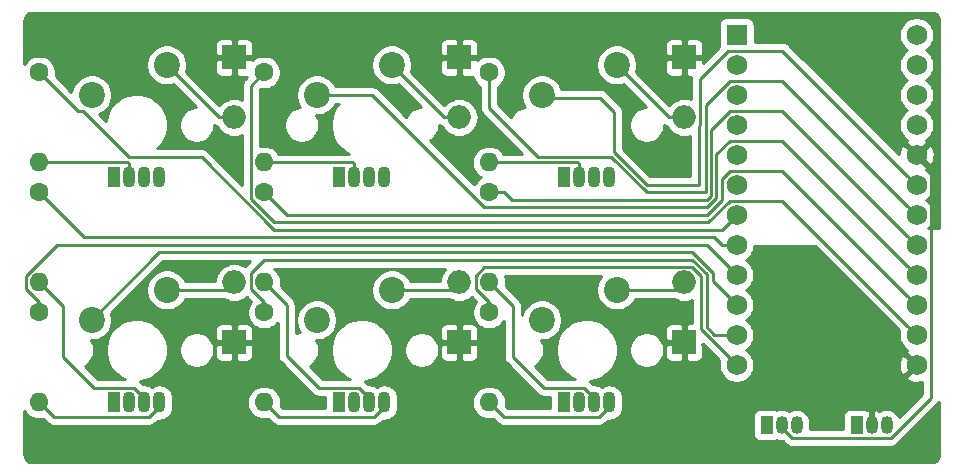
<source format=gtl>
G04 #@! TF.GenerationSoftware,KiCad,Pcbnew,(5.1.4)-1*
G04 #@! TF.CreationDate,2019-10-31T20:11:05+00:00*
G04 #@! TF.ProjectId,rgb,7267622e-6b69-4636-9164-5f7063625858,rev?*
G04 #@! TF.SameCoordinates,Original*
G04 #@! TF.FileFunction,Copper,L1,Top*
G04 #@! TF.FilePolarity,Positive*
%FSLAX46Y46*%
G04 Gerber Fmt 4.6, Leading zero omitted, Abs format (unit mm)*
G04 Created by KiCad (PCBNEW (5.1.4)-1) date 2019-10-31 20:11:05*
%MOMM*%
%LPD*%
G04 APERTURE LIST*
%ADD10C,2.200000*%
%ADD11R,1.752600X1.752600*%
%ADD12C,1.752600*%
%ADD13R,1.050000X1.500000*%
%ADD14O,1.050000X1.500000*%
%ADD15O,2.000000X2.000000*%
%ADD16R,2.000000X2.000000*%
%ADD17O,1.600000X1.600000*%
%ADD18C,1.600000*%
%ADD19O,1.070000X1.800000*%
%ADD20R,1.070000X1.800000*%
%ADD21C,0.250000*%
%ADD22C,0.254000*%
G04 APERTURE END LIST*
D10*
X80010000Y-68580000D03*
X86360000Y-66040000D03*
D11*
X96520000Y-63500000D03*
D12*
X96520000Y-66040000D03*
X96520000Y-68580000D03*
X96520000Y-71120000D03*
X96520000Y-73660000D03*
X96520000Y-76200000D03*
X96520000Y-78740000D03*
X96520000Y-81280000D03*
X96520000Y-83820000D03*
X96520000Y-86360000D03*
X96520000Y-88900000D03*
X96520000Y-91440000D03*
X111760000Y-63500000D03*
X111760000Y-66040000D03*
X111760000Y-68580000D03*
X111760000Y-71120000D03*
X111760000Y-73660000D03*
X111760000Y-76200000D03*
X111760000Y-78740000D03*
X111760000Y-81280000D03*
X111760000Y-83820000D03*
X111760000Y-86360000D03*
X111760000Y-88900000D03*
X111760000Y-91440000D03*
D10*
X80010000Y-87630000D03*
X86360000Y-85090000D03*
X60960000Y-87630000D03*
X67310000Y-85090000D03*
X41910000Y-87630000D03*
X48260000Y-85090000D03*
X60960000Y-68580000D03*
X67310000Y-66040000D03*
X41910000Y-68580000D03*
X48260000Y-66040000D03*
D13*
X99060000Y-96520000D03*
D14*
X101600000Y-96520000D03*
X100330000Y-96520000D03*
D13*
X106680000Y-96520000D03*
D14*
X109220000Y-96520000D03*
X107950000Y-96520000D03*
D15*
X53975000Y-70485000D03*
D16*
X53975000Y-65405000D03*
D15*
X53975000Y-84455000D03*
D16*
X53975000Y-89535000D03*
X73025000Y-65405000D03*
D15*
X73025000Y-70485000D03*
D16*
X73025000Y-89535000D03*
D15*
X73025000Y-84455000D03*
X92075000Y-70485000D03*
D16*
X92075000Y-65405000D03*
X92075000Y-89535000D03*
D15*
X92075000Y-84455000D03*
D17*
X37465000Y-74295000D03*
D18*
X37465000Y-66675000D03*
X37465000Y-76835000D03*
D17*
X37465000Y-84455000D03*
X37465000Y-94615000D03*
D18*
X37465000Y-86995000D03*
X56515000Y-66675000D03*
D17*
X56515000Y-74295000D03*
X56515000Y-84455000D03*
D18*
X56515000Y-76835000D03*
X56515000Y-86995000D03*
D17*
X56515000Y-94615000D03*
X75565000Y-74295000D03*
D18*
X75565000Y-66675000D03*
X75565000Y-76835000D03*
D17*
X75565000Y-84455000D03*
X75565000Y-94615000D03*
D18*
X75565000Y-86995000D03*
D19*
X47625000Y-75565000D03*
X46355000Y-75565000D03*
X45085000Y-75565000D03*
D20*
X43815000Y-75565000D03*
X43815000Y-94615000D03*
D19*
X45085000Y-94615000D03*
X46355000Y-94615000D03*
X47625000Y-94615000D03*
D20*
X62865000Y-75565000D03*
D19*
X64135000Y-75565000D03*
X65405000Y-75565000D03*
X66675000Y-75565000D03*
D20*
X62865000Y-94615000D03*
D19*
X64135000Y-94615000D03*
X65405000Y-94615000D03*
X66675000Y-94615000D03*
X85725000Y-75565000D03*
X84455000Y-75565000D03*
X83185000Y-75565000D03*
D20*
X81915000Y-75565000D03*
D19*
X85725000Y-94615000D03*
X84455000Y-94615000D03*
X83185000Y-94615000D03*
D20*
X81915000Y-94615000D03*
D21*
X112636299Y-74536299D02*
X111760000Y-73660000D01*
X112961301Y-94205794D02*
X112961301Y-74861301D01*
X109572085Y-97595010D02*
X112961301Y-94205794D01*
X101180010Y-97595010D02*
X109572085Y-97595010D01*
X100330000Y-96745000D02*
X101180010Y-97595010D01*
X112961301Y-74861301D02*
X112636299Y-74536299D01*
X100330000Y-96520000D02*
X100330000Y-96745000D01*
X52705000Y-70485000D02*
X53905990Y-70485000D01*
X48260000Y-66040000D02*
X52705000Y-70485000D01*
X53340000Y-85090000D02*
X53975000Y-84455000D01*
X48260000Y-85090000D02*
X53340000Y-85090000D01*
X107950000Y-95250000D02*
X111760000Y-91440000D01*
X107950000Y-96520000D02*
X107950000Y-95250000D01*
X71755000Y-70485000D02*
X73025000Y-70485000D01*
X67310000Y-66040000D02*
X71755000Y-70485000D01*
X72390000Y-85090000D02*
X73025000Y-84455000D01*
X67310000Y-85090000D02*
X72390000Y-85090000D01*
X90805000Y-70485000D02*
X92075000Y-70485000D01*
X86360000Y-66040000D02*
X90805000Y-70485000D01*
X94488000Y-84328000D02*
X96520000Y-86360000D01*
X94488000Y-83634178D02*
X94488000Y-84328000D01*
X92768822Y-81915000D02*
X94488000Y-83634178D01*
X41910000Y-87630000D02*
X47625000Y-81915000D01*
X47625000Y-81915000D02*
X92768822Y-81915000D01*
X100398699Y-72458699D02*
X110883701Y-82943701D01*
X95943375Y-72458699D02*
X100398699Y-72458699D01*
X60960000Y-68580000D02*
X65644998Y-68580000D01*
X65644998Y-68580000D02*
X75169998Y-78105000D01*
X93978590Y-78105000D02*
X94799990Y-77283600D01*
X110883701Y-82943701D02*
X111760000Y-83820000D01*
X94799990Y-77283600D02*
X94799990Y-73602084D01*
X75169998Y-78105000D02*
X93978590Y-78105000D01*
X94799990Y-73602084D02*
X95943375Y-72458699D01*
X100398699Y-64838699D02*
X110883701Y-75323701D01*
X93400001Y-67254999D02*
X95816301Y-64838699D01*
X110883701Y-75323701D02*
X111760000Y-76200000D01*
X93400001Y-71121001D02*
X93400001Y-67254999D01*
X93345000Y-71176002D02*
X93400001Y-71121001D01*
X93345000Y-76200000D02*
X93345000Y-71176002D01*
X88901410Y-76200000D02*
X93345000Y-76200000D01*
X86145001Y-73443591D02*
X88901410Y-76200000D01*
X86145001Y-70003999D02*
X86145001Y-73443591D01*
X84936001Y-68794999D02*
X86145001Y-70003999D01*
X95816301Y-64838699D02*
X100398699Y-64838699D01*
X80224999Y-68794999D02*
X84936001Y-68794999D01*
X80010000Y-68580000D02*
X80224999Y-68794999D01*
X91440000Y-85090000D02*
X92075000Y-84455000D01*
X86360000Y-85090000D02*
X91440000Y-85090000D01*
X95250000Y-80010000D02*
X96520000Y-78740000D01*
X37465000Y-66675000D02*
X40734999Y-69944999D01*
X41165997Y-69944999D02*
X45065988Y-73844990D01*
X45065988Y-73844990D02*
X51223578Y-73844990D01*
X51223578Y-73844990D02*
X57388588Y-80010000D01*
X40734999Y-69944999D02*
X41165997Y-69944999D01*
X57388588Y-80010000D02*
X95250000Y-80010000D01*
X95250000Y-81280000D02*
X96520000Y-81280000D01*
X94615000Y-80645000D02*
X95250000Y-81280000D01*
X37465000Y-76835000D02*
X41275000Y-80645000D01*
X41275000Y-80645000D02*
X94615000Y-80645000D01*
X93980000Y-81280000D02*
X96520000Y-83820000D01*
X38974998Y-81280000D02*
X93980000Y-81280000D01*
X36339999Y-83914999D02*
X38974998Y-81280000D01*
X36339999Y-84995001D02*
X36339999Y-83914999D01*
X37465000Y-86995000D02*
X37465000Y-86120002D01*
X37465000Y-86120002D02*
X36339999Y-84995001D01*
X110883701Y-88023701D02*
X111760000Y-88900000D01*
X100398699Y-77538699D02*
X110883701Y-88023701D01*
X55389999Y-67800001D02*
X55389999Y-77375001D01*
X57389998Y-79375000D02*
X94107074Y-79375000D01*
X55389999Y-77375001D02*
X57389998Y-79375000D01*
X94107074Y-79375000D02*
X95943375Y-77538699D01*
X56515000Y-66675000D02*
X55389999Y-67800001D01*
X95943375Y-77538699D02*
X100398699Y-77538699D01*
X100398699Y-74998699D02*
X110883701Y-85483701D01*
X110883701Y-85483701D02*
X111760000Y-86360000D01*
X56515000Y-76835000D02*
X58420000Y-78740000D01*
X58420000Y-78740000D02*
X93980000Y-78740000D01*
X93980000Y-78740000D02*
X95250000Y-77470000D01*
X95250000Y-77470000D02*
X95250000Y-75692074D01*
X95250000Y-75692074D02*
X95943375Y-74998699D01*
X95943375Y-74998699D02*
X100398699Y-74998699D01*
X94616410Y-88900000D02*
X96520000Y-88900000D01*
X93980000Y-88263590D02*
X94616410Y-88900000D01*
X93980000Y-83762588D02*
X93980000Y-88263590D01*
X56515000Y-86995000D02*
X56515000Y-86120002D01*
X55389999Y-84995001D02*
X55389999Y-83675001D01*
X55389999Y-83675001D02*
X56515000Y-82550000D01*
X56515000Y-82550000D02*
X92767412Y-82550000D01*
X56515000Y-86120002D02*
X55389999Y-84995001D01*
X92767412Y-82550000D02*
X93980000Y-83762588D01*
X100398699Y-67378699D02*
X110883701Y-77863701D01*
X95943375Y-67378699D02*
X100398699Y-67378699D01*
X75565000Y-66675000D02*
X75565000Y-69684002D01*
X75565000Y-69684002D02*
X79725988Y-73844990D01*
X93899970Y-69422104D02*
X95943375Y-67378699D01*
X79725988Y-73844990D02*
X85909990Y-73844990D01*
X85909990Y-73844990D02*
X88900000Y-76835000D01*
X88900000Y-76835000D02*
X93899970Y-76835000D01*
X110883701Y-77863701D02*
X111760000Y-78740000D01*
X93899970Y-76835000D02*
X93899970Y-69422104D01*
X100398699Y-69918699D02*
X110883701Y-80403701D01*
X95943375Y-69918699D02*
X100398699Y-69918699D01*
X110883701Y-80403701D02*
X111760000Y-81280000D01*
X75565000Y-76835000D02*
X76835000Y-76835000D01*
X77470000Y-77470000D02*
X93977180Y-77470000D01*
X93977180Y-77470000D02*
X94349980Y-77097200D01*
X94349980Y-77097200D02*
X94349980Y-71512094D01*
X76835000Y-76835000D02*
X77470000Y-77470000D01*
X94349980Y-71512094D02*
X95943375Y-69918699D01*
X92711001Y-83129999D02*
X93472000Y-83890998D01*
X93472000Y-88392000D02*
X96520000Y-91440000D01*
X91438999Y-83129999D02*
X92711001Y-83129999D01*
X75565000Y-86120002D02*
X74439999Y-84995001D01*
X93472000Y-83890998D02*
X93472000Y-88392000D01*
X75565000Y-86995000D02*
X75565000Y-86120002D01*
X74439999Y-84995001D02*
X74439999Y-83914999D01*
X74439999Y-83914999D02*
X75169998Y-83185000D01*
X75169998Y-83185000D02*
X91383998Y-83185000D01*
X91383998Y-83185000D02*
X91438999Y-83129999D01*
X45085000Y-74415000D02*
X45085000Y-75565000D01*
X44965000Y-74295000D02*
X45085000Y-74415000D01*
X37465000Y-74295000D02*
X44965000Y-74295000D01*
X46355000Y-94303763D02*
X46355000Y-94615000D01*
X46355000Y-94250000D02*
X46355000Y-94615000D01*
X45494990Y-93389990D02*
X46355000Y-94250000D01*
X42120988Y-93389990D02*
X45494990Y-93389990D01*
X39464999Y-90734001D02*
X42120988Y-93389990D01*
X39464999Y-86454999D02*
X39464999Y-90734001D01*
X37465000Y-84455000D02*
X39464999Y-86454999D01*
X47625000Y-94980000D02*
X47625000Y-94615000D01*
X46764990Y-95840010D02*
X47625000Y-94980000D01*
X37465000Y-94615000D02*
X38690010Y-95840010D01*
X38690010Y-95840010D02*
X46764990Y-95840010D01*
X66675000Y-94980000D02*
X66675000Y-94615000D01*
X65814990Y-95840010D02*
X66675000Y-94980000D01*
X57740010Y-95840010D02*
X65814990Y-95840010D01*
X56515000Y-94615000D02*
X57740010Y-95840010D01*
X65405000Y-94250000D02*
X65405000Y-94615000D01*
X64544990Y-93389990D02*
X65405000Y-94250000D01*
X61170988Y-93389990D02*
X64544990Y-93389990D01*
X58420000Y-90639002D02*
X61170988Y-93389990D01*
X58420000Y-86360000D02*
X58420000Y-90639002D01*
X56515000Y-84455000D02*
X58420000Y-86360000D01*
X57646370Y-74295000D02*
X56515000Y-74295000D01*
X64015000Y-74295000D02*
X57646370Y-74295000D01*
X64135000Y-74415000D02*
X64015000Y-74295000D01*
X64135000Y-75565000D02*
X64135000Y-74415000D01*
X76696370Y-74295000D02*
X75565000Y-74295000D01*
X83065000Y-74295000D02*
X76696370Y-74295000D01*
X83185000Y-74415000D02*
X83065000Y-74295000D01*
X83185000Y-75565000D02*
X83185000Y-74415000D01*
X84455000Y-94250000D02*
X84455000Y-94615000D01*
X83594990Y-93389990D02*
X84455000Y-94250000D01*
X80220988Y-93389990D02*
X83594990Y-93389990D01*
X77564999Y-90734001D02*
X80220988Y-93389990D01*
X77564999Y-86454999D02*
X77564999Y-90734001D01*
X75565000Y-84455000D02*
X77564999Y-86454999D01*
X85725000Y-94980000D02*
X85725000Y-94615000D01*
X84864990Y-95840010D02*
X85725000Y-94980000D01*
X76790010Y-95840010D02*
X84864990Y-95840010D01*
X75565000Y-94615000D02*
X76790010Y-95840010D01*
D22*
G36*
X113147869Y-61634722D02*
G01*
X113261246Y-61668953D01*
X113365819Y-61724555D01*
X113457596Y-61799407D01*
X113533091Y-61890664D01*
X113589419Y-61994844D01*
X113624440Y-62107976D01*
X113640001Y-62256031D01*
X113640001Y-79883000D01*
X112754302Y-79883000D01*
X112933904Y-79703398D01*
X113099297Y-79455869D01*
X113213222Y-79180830D01*
X113271300Y-78888850D01*
X113271300Y-78591150D01*
X113213222Y-78299170D01*
X113099297Y-78024131D01*
X112933904Y-77776602D01*
X112723398Y-77566096D01*
X112579580Y-77470000D01*
X112723398Y-77373904D01*
X112933904Y-77163398D01*
X113099297Y-76915869D01*
X113213222Y-76640830D01*
X113271300Y-76348850D01*
X113271300Y-76051150D01*
X113213222Y-75759170D01*
X113099297Y-75484131D01*
X112933904Y-75236602D01*
X112723398Y-75026096D01*
X112560191Y-74917045D01*
X112627563Y-74707169D01*
X111760000Y-73839605D01*
X111745858Y-73853748D01*
X111566252Y-73674142D01*
X111580395Y-73660000D01*
X111939605Y-73660000D01*
X112807169Y-74527563D01*
X113058929Y-74446746D01*
X113187457Y-74178221D01*
X113261129Y-73889781D01*
X113277113Y-73592509D01*
X113234796Y-73297833D01*
X113135802Y-73017073D01*
X113058929Y-72873254D01*
X112807169Y-72792437D01*
X111939605Y-73660000D01*
X111580395Y-73660000D01*
X110712831Y-72792437D01*
X110461071Y-72873254D01*
X110332543Y-73141779D01*
X110258871Y-73430219D01*
X110248980Y-73614178D01*
X100962503Y-64327702D01*
X100938700Y-64298698D01*
X100822975Y-64203725D01*
X100690946Y-64133153D01*
X100547685Y-64089696D01*
X100436032Y-64078699D01*
X100436021Y-64078699D01*
X100398699Y-64075023D01*
X100361377Y-64078699D01*
X98034372Y-64078699D01*
X98034372Y-63351150D01*
X110248700Y-63351150D01*
X110248700Y-63648850D01*
X110306778Y-63940830D01*
X110420703Y-64215869D01*
X110586096Y-64463398D01*
X110796602Y-64673904D01*
X110940420Y-64770000D01*
X110796602Y-64866096D01*
X110586096Y-65076602D01*
X110420703Y-65324131D01*
X110306778Y-65599170D01*
X110248700Y-65891150D01*
X110248700Y-66188850D01*
X110306778Y-66480830D01*
X110420703Y-66755869D01*
X110586096Y-67003398D01*
X110796602Y-67213904D01*
X110940420Y-67310000D01*
X110796602Y-67406096D01*
X110586096Y-67616602D01*
X110420703Y-67864131D01*
X110306778Y-68139170D01*
X110248700Y-68431150D01*
X110248700Y-68728850D01*
X110306778Y-69020830D01*
X110420703Y-69295869D01*
X110586096Y-69543398D01*
X110796602Y-69753904D01*
X110940420Y-69850000D01*
X110796602Y-69946096D01*
X110586096Y-70156602D01*
X110420703Y-70404131D01*
X110306778Y-70679170D01*
X110248700Y-70971150D01*
X110248700Y-71268850D01*
X110306778Y-71560830D01*
X110420703Y-71835869D01*
X110586096Y-72083398D01*
X110796602Y-72293904D01*
X110959809Y-72402955D01*
X110892437Y-72612831D01*
X111760000Y-73480395D01*
X112627563Y-72612831D01*
X112560191Y-72402955D01*
X112723398Y-72293904D01*
X112933904Y-72083398D01*
X113099297Y-71835869D01*
X113213222Y-71560830D01*
X113271300Y-71268850D01*
X113271300Y-70971150D01*
X113213222Y-70679170D01*
X113099297Y-70404131D01*
X112933904Y-70156602D01*
X112723398Y-69946096D01*
X112579580Y-69850000D01*
X112723398Y-69753904D01*
X112933904Y-69543398D01*
X113099297Y-69295869D01*
X113213222Y-69020830D01*
X113271300Y-68728850D01*
X113271300Y-68431150D01*
X113213222Y-68139170D01*
X113099297Y-67864131D01*
X112933904Y-67616602D01*
X112723398Y-67406096D01*
X112579580Y-67310000D01*
X112723398Y-67213904D01*
X112933904Y-67003398D01*
X113099297Y-66755869D01*
X113213222Y-66480830D01*
X113271300Y-66188850D01*
X113271300Y-65891150D01*
X113213222Y-65599170D01*
X113099297Y-65324131D01*
X112933904Y-65076602D01*
X112723398Y-64866096D01*
X112579580Y-64770000D01*
X112723398Y-64673904D01*
X112933904Y-64463398D01*
X113099297Y-64215869D01*
X113213222Y-63940830D01*
X113271300Y-63648850D01*
X113271300Y-63351150D01*
X113213222Y-63059170D01*
X113099297Y-62784131D01*
X112933904Y-62536602D01*
X112723398Y-62326096D01*
X112475869Y-62160703D01*
X112200830Y-62046778D01*
X111908850Y-61988700D01*
X111611150Y-61988700D01*
X111319170Y-62046778D01*
X111044131Y-62160703D01*
X110796602Y-62326096D01*
X110586096Y-62536602D01*
X110420703Y-62784131D01*
X110306778Y-63059170D01*
X110248700Y-63351150D01*
X98034372Y-63351150D01*
X98034372Y-62623700D01*
X98022112Y-62499218D01*
X97985802Y-62379520D01*
X97926837Y-62269206D01*
X97847485Y-62172515D01*
X97750794Y-62093163D01*
X97640480Y-62034198D01*
X97520782Y-61997888D01*
X97396300Y-61985628D01*
X95643700Y-61985628D01*
X95519218Y-61997888D01*
X95399520Y-62034198D01*
X95289206Y-62093163D01*
X95192515Y-62172515D01*
X95113163Y-62269206D01*
X95054198Y-62379520D01*
X95017888Y-62499218D01*
X95005628Y-62623700D01*
X95005628Y-64376300D01*
X95017888Y-64500782D01*
X95032208Y-64547990D01*
X93710769Y-65869430D01*
X93710000Y-65690750D01*
X93551250Y-65532000D01*
X92202000Y-65532000D01*
X92202000Y-66881250D01*
X92360750Y-67040000D01*
X92670619Y-67041333D01*
X92667687Y-67050998D01*
X92656933Y-67086453D01*
X92650999Y-67106014D01*
X92636325Y-67254999D01*
X92640002Y-67292331D01*
X92640002Y-68947821D01*
X92395516Y-68873657D01*
X92155322Y-68850000D01*
X91994678Y-68850000D01*
X91754484Y-68873657D01*
X91446285Y-68967148D01*
X91162248Y-69118969D01*
X90913286Y-69323286D01*
X90825300Y-69430498D01*
X88002714Y-66607912D01*
X88028325Y-66546081D01*
X88056387Y-66405000D01*
X90436928Y-66405000D01*
X90449188Y-66529482D01*
X90485498Y-66649180D01*
X90544463Y-66759494D01*
X90623815Y-66856185D01*
X90720506Y-66935537D01*
X90830820Y-66994502D01*
X90950518Y-67030812D01*
X91075000Y-67043072D01*
X91789250Y-67040000D01*
X91948000Y-66881250D01*
X91948000Y-65532000D01*
X90598750Y-65532000D01*
X90440000Y-65690750D01*
X90436928Y-66405000D01*
X88056387Y-66405000D01*
X88095000Y-66210883D01*
X88095000Y-65869117D01*
X88028325Y-65533919D01*
X87897537Y-65218169D01*
X87707663Y-64934002D01*
X87465998Y-64692337D01*
X87181831Y-64502463D01*
X86946535Y-64405000D01*
X90436928Y-64405000D01*
X90440000Y-65119250D01*
X90598750Y-65278000D01*
X91948000Y-65278000D01*
X91948000Y-63928750D01*
X92202000Y-63928750D01*
X92202000Y-65278000D01*
X93551250Y-65278000D01*
X93710000Y-65119250D01*
X93713072Y-64405000D01*
X93700812Y-64280518D01*
X93664502Y-64160820D01*
X93605537Y-64050506D01*
X93526185Y-63953815D01*
X93429494Y-63874463D01*
X93319180Y-63815498D01*
X93199482Y-63779188D01*
X93075000Y-63766928D01*
X92360750Y-63770000D01*
X92202000Y-63928750D01*
X91948000Y-63928750D01*
X91789250Y-63770000D01*
X91075000Y-63766928D01*
X90950518Y-63779188D01*
X90830820Y-63815498D01*
X90720506Y-63874463D01*
X90623815Y-63953815D01*
X90544463Y-64050506D01*
X90485498Y-64160820D01*
X90449188Y-64280518D01*
X90436928Y-64405000D01*
X86946535Y-64405000D01*
X86866081Y-64371675D01*
X86530883Y-64305000D01*
X86189117Y-64305000D01*
X85853919Y-64371675D01*
X85538169Y-64502463D01*
X85254002Y-64692337D01*
X85012337Y-64934002D01*
X84822463Y-65218169D01*
X84691675Y-65533919D01*
X84625000Y-65869117D01*
X84625000Y-66210883D01*
X84691675Y-66546081D01*
X84822463Y-66861831D01*
X85012337Y-67145998D01*
X85254002Y-67387663D01*
X85538169Y-67577537D01*
X85853919Y-67708325D01*
X86189117Y-67775000D01*
X86530883Y-67775000D01*
X86866081Y-67708325D01*
X86927912Y-67682714D01*
X88880198Y-69635000D01*
X88753740Y-69635000D01*
X88466842Y-69692068D01*
X88196589Y-69804010D01*
X87953368Y-69966525D01*
X87746525Y-70173368D01*
X87584010Y-70416589D01*
X87472068Y-70686842D01*
X87415000Y-70973740D01*
X87415000Y-71266260D01*
X87472068Y-71553158D01*
X87584010Y-71823411D01*
X87746525Y-72066632D01*
X87953368Y-72273475D01*
X88196589Y-72435990D01*
X88466842Y-72547932D01*
X88753740Y-72605000D01*
X89046260Y-72605000D01*
X89333158Y-72547932D01*
X89603411Y-72435990D01*
X89846632Y-72273475D01*
X90053475Y-72066632D01*
X90215990Y-71823411D01*
X90327932Y-71553158D01*
X90385000Y-71266260D01*
X90385000Y-71122260D01*
X90512753Y-71190546D01*
X90614753Y-71221487D01*
X90708969Y-71397752D01*
X90913286Y-71646714D01*
X91162248Y-71851031D01*
X91446285Y-72002852D01*
X91754484Y-72096343D01*
X91994678Y-72120000D01*
X92155322Y-72120000D01*
X92395516Y-72096343D01*
X92585001Y-72038863D01*
X92585000Y-75440000D01*
X89216212Y-75440000D01*
X86905001Y-73128790D01*
X86905001Y-70041321D01*
X86908677Y-70003998D01*
X86905001Y-69966675D01*
X86905001Y-69966666D01*
X86894004Y-69855013D01*
X86850547Y-69711752D01*
X86779975Y-69579723D01*
X86685002Y-69463998D01*
X86656005Y-69440201D01*
X85499805Y-68284002D01*
X85476002Y-68254998D01*
X85360277Y-68160025D01*
X85228248Y-68089453D01*
X85084987Y-68045996D01*
X84973334Y-68034999D01*
X84973323Y-68034999D01*
X84936001Y-68031323D01*
X84898679Y-68034999D01*
X81662204Y-68034999D01*
X81547537Y-67758169D01*
X81357663Y-67474002D01*
X81115998Y-67232337D01*
X80831831Y-67042463D01*
X80516081Y-66911675D01*
X80180883Y-66845000D01*
X79839117Y-66845000D01*
X79503919Y-66911675D01*
X79188169Y-67042463D01*
X78904002Y-67232337D01*
X78662337Y-67474002D01*
X78472463Y-67758169D01*
X78341675Y-68073919D01*
X78275000Y-68409117D01*
X78275000Y-68750883D01*
X78341675Y-69086081D01*
X78472463Y-69401831D01*
X78628261Y-69635000D01*
X78593740Y-69635000D01*
X78306842Y-69692068D01*
X78036589Y-69804010D01*
X77793368Y-69966525D01*
X77586525Y-70173368D01*
X77424010Y-70416589D01*
X77408890Y-70453091D01*
X76325000Y-69369201D01*
X76325000Y-67893043D01*
X76479759Y-67789637D01*
X76679637Y-67589759D01*
X76836680Y-67354727D01*
X76944853Y-67093574D01*
X77000000Y-66816335D01*
X77000000Y-66533665D01*
X76944853Y-66256426D01*
X76836680Y-65995273D01*
X76679637Y-65760241D01*
X76479759Y-65560363D01*
X76244727Y-65403320D01*
X75983574Y-65295147D01*
X75706335Y-65240000D01*
X75423665Y-65240000D01*
X75146426Y-65295147D01*
X74885273Y-65403320D01*
X74650241Y-65560363D01*
X74589927Y-65620677D01*
X74501250Y-65532000D01*
X73152000Y-65532000D01*
X73152000Y-66881250D01*
X73310750Y-67040000D01*
X74025000Y-67043072D01*
X74149482Y-67030812D01*
X74171344Y-67024180D01*
X74185147Y-67093574D01*
X74293320Y-67354727D01*
X74450363Y-67589759D01*
X74650241Y-67789637D01*
X74805000Y-67893044D01*
X74805001Y-69646670D01*
X74801324Y-69684002D01*
X74805001Y-69721335D01*
X74815998Y-69832988D01*
X74823065Y-69856285D01*
X74859454Y-69976248D01*
X74930026Y-70108278D01*
X74983445Y-70173368D01*
X75025000Y-70224003D01*
X75053998Y-70247801D01*
X78341196Y-73535000D01*
X76785901Y-73535000D01*
X76763932Y-73493899D01*
X76584608Y-73275392D01*
X76366101Y-73096068D01*
X76116808Y-72962818D01*
X75846309Y-72880764D01*
X75635492Y-72860000D01*
X75494508Y-72860000D01*
X75283691Y-72880764D01*
X75013192Y-72962818D01*
X74763899Y-73096068D01*
X74545392Y-73275392D01*
X74366068Y-73493899D01*
X74232818Y-73743192D01*
X74150764Y-74013691D01*
X74123057Y-74295000D01*
X74150764Y-74576309D01*
X74232818Y-74846808D01*
X74366068Y-75096101D01*
X74545392Y-75314608D01*
X74763899Y-75493932D01*
X74890029Y-75561350D01*
X74885273Y-75563320D01*
X74650241Y-75720363D01*
X74450363Y-75920241D01*
X74294022Y-76154222D01*
X70566826Y-72427026D01*
X70796632Y-72273475D01*
X71003475Y-72066632D01*
X71165990Y-71823411D01*
X71277932Y-71553158D01*
X71335000Y-71266260D01*
X71335000Y-71122260D01*
X71462753Y-71190546D01*
X71564753Y-71221487D01*
X71658969Y-71397752D01*
X71863286Y-71646714D01*
X72112248Y-71851031D01*
X72396285Y-72002852D01*
X72704484Y-72096343D01*
X72944678Y-72120000D01*
X73105322Y-72120000D01*
X73345516Y-72096343D01*
X73653715Y-72002852D01*
X73937752Y-71851031D01*
X74186714Y-71646714D01*
X74391031Y-71397752D01*
X74542852Y-71113715D01*
X74636343Y-70805516D01*
X74667911Y-70485000D01*
X74636343Y-70164484D01*
X74542852Y-69856285D01*
X74391031Y-69572248D01*
X74186714Y-69323286D01*
X73937752Y-69118969D01*
X73653715Y-68967148D01*
X73345516Y-68873657D01*
X73105322Y-68850000D01*
X72944678Y-68850000D01*
X72704484Y-68873657D01*
X72396285Y-68967148D01*
X72112248Y-69118969D01*
X71863286Y-69323286D01*
X71775300Y-69430498D01*
X68952714Y-66607912D01*
X68978325Y-66546081D01*
X69006387Y-66405000D01*
X71386928Y-66405000D01*
X71399188Y-66529482D01*
X71435498Y-66649180D01*
X71494463Y-66759494D01*
X71573815Y-66856185D01*
X71670506Y-66935537D01*
X71780820Y-66994502D01*
X71900518Y-67030812D01*
X72025000Y-67043072D01*
X72739250Y-67040000D01*
X72898000Y-66881250D01*
X72898000Y-65532000D01*
X71548750Y-65532000D01*
X71390000Y-65690750D01*
X71386928Y-66405000D01*
X69006387Y-66405000D01*
X69045000Y-66210883D01*
X69045000Y-65869117D01*
X68978325Y-65533919D01*
X68847537Y-65218169D01*
X68657663Y-64934002D01*
X68415998Y-64692337D01*
X68131831Y-64502463D01*
X67896535Y-64405000D01*
X71386928Y-64405000D01*
X71390000Y-65119250D01*
X71548750Y-65278000D01*
X72898000Y-65278000D01*
X72898000Y-63928750D01*
X73152000Y-63928750D01*
X73152000Y-65278000D01*
X74501250Y-65278000D01*
X74660000Y-65119250D01*
X74663072Y-64405000D01*
X74650812Y-64280518D01*
X74614502Y-64160820D01*
X74555537Y-64050506D01*
X74476185Y-63953815D01*
X74379494Y-63874463D01*
X74269180Y-63815498D01*
X74149482Y-63779188D01*
X74025000Y-63766928D01*
X73310750Y-63770000D01*
X73152000Y-63928750D01*
X72898000Y-63928750D01*
X72739250Y-63770000D01*
X72025000Y-63766928D01*
X71900518Y-63779188D01*
X71780820Y-63815498D01*
X71670506Y-63874463D01*
X71573815Y-63953815D01*
X71494463Y-64050506D01*
X71435498Y-64160820D01*
X71399188Y-64280518D01*
X71386928Y-64405000D01*
X67896535Y-64405000D01*
X67816081Y-64371675D01*
X67480883Y-64305000D01*
X67139117Y-64305000D01*
X66803919Y-64371675D01*
X66488169Y-64502463D01*
X66204002Y-64692337D01*
X65962337Y-64934002D01*
X65772463Y-65218169D01*
X65641675Y-65533919D01*
X65575000Y-65869117D01*
X65575000Y-66210883D01*
X65641675Y-66546081D01*
X65772463Y-66861831D01*
X65962337Y-67145998D01*
X66204002Y-67387663D01*
X66488169Y-67577537D01*
X66803919Y-67708325D01*
X67139117Y-67775000D01*
X67480883Y-67775000D01*
X67816081Y-67708325D01*
X67877912Y-67682714D01*
X69830198Y-69635000D01*
X69703740Y-69635000D01*
X69416842Y-69692068D01*
X69146589Y-69804010D01*
X68903368Y-69966525D01*
X68696525Y-70173368D01*
X68542973Y-70403174D01*
X66208802Y-68069003D01*
X66184999Y-68039999D01*
X66069274Y-67945026D01*
X65937245Y-67874454D01*
X65793984Y-67830997D01*
X65682331Y-67820000D01*
X65682320Y-67820000D01*
X65644998Y-67816324D01*
X65607676Y-67820000D01*
X62523148Y-67820000D01*
X62497537Y-67758169D01*
X62307663Y-67474002D01*
X62065998Y-67232337D01*
X61781831Y-67042463D01*
X61466081Y-66911675D01*
X61130883Y-66845000D01*
X60789117Y-66845000D01*
X60453919Y-66911675D01*
X60138169Y-67042463D01*
X59854002Y-67232337D01*
X59612337Y-67474002D01*
X59422463Y-67758169D01*
X59291675Y-68073919D01*
X59225000Y-68409117D01*
X59225000Y-68750883D01*
X59291675Y-69086081D01*
X59422463Y-69401831D01*
X59578261Y-69635000D01*
X59543740Y-69635000D01*
X59256842Y-69692068D01*
X58986589Y-69804010D01*
X58743368Y-69966525D01*
X58536525Y-70173368D01*
X58374010Y-70416589D01*
X58262068Y-70686842D01*
X58205000Y-70973740D01*
X58205000Y-71266260D01*
X58262068Y-71553158D01*
X58374010Y-71823411D01*
X58536525Y-72066632D01*
X58743368Y-72273475D01*
X58986589Y-72435990D01*
X59256842Y-72547932D01*
X59543740Y-72605000D01*
X59836260Y-72605000D01*
X60123158Y-72547932D01*
X60393411Y-72435990D01*
X60636632Y-72273475D01*
X60843475Y-72066632D01*
X61005990Y-71823411D01*
X61117932Y-71553158D01*
X61175000Y-71266260D01*
X61175000Y-70973740D01*
X61117932Y-70686842D01*
X61005990Y-70416589D01*
X60938110Y-70315000D01*
X61130883Y-70315000D01*
X61466081Y-70248325D01*
X61781831Y-70117537D01*
X62065998Y-69927663D01*
X62307663Y-69685998D01*
X62497537Y-69401831D01*
X62523148Y-69340000D01*
X62823547Y-69340000D01*
X62723262Y-69440285D01*
X62434893Y-69871859D01*
X62236261Y-70351399D01*
X62135000Y-70860475D01*
X62135000Y-71379525D01*
X62236261Y-71888601D01*
X62434893Y-72368141D01*
X62723262Y-72799715D01*
X63090285Y-73166738D01*
X63521859Y-73455107D01*
X63714738Y-73535000D01*
X57735901Y-73535000D01*
X57713932Y-73493899D01*
X57534608Y-73275392D01*
X57316101Y-73096068D01*
X57066808Y-72962818D01*
X56796309Y-72880764D01*
X56585492Y-72860000D01*
X56444508Y-72860000D01*
X56233691Y-72880764D01*
X56149999Y-72906151D01*
X56149999Y-68114802D01*
X56191113Y-68073688D01*
X56373665Y-68110000D01*
X56656335Y-68110000D01*
X56933574Y-68054853D01*
X57194727Y-67946680D01*
X57429759Y-67789637D01*
X57629637Y-67589759D01*
X57786680Y-67354727D01*
X57894853Y-67093574D01*
X57950000Y-66816335D01*
X57950000Y-66533665D01*
X57894853Y-66256426D01*
X57786680Y-65995273D01*
X57629637Y-65760241D01*
X57429759Y-65560363D01*
X57194727Y-65403320D01*
X56933574Y-65295147D01*
X56656335Y-65240000D01*
X56373665Y-65240000D01*
X56096426Y-65295147D01*
X55835273Y-65403320D01*
X55600241Y-65560363D01*
X55539927Y-65620677D01*
X55451250Y-65532000D01*
X54102000Y-65532000D01*
X54102000Y-66881250D01*
X54260750Y-67040000D01*
X54975000Y-67043072D01*
X55082738Y-67032461D01*
X54879001Y-67236197D01*
X54849998Y-67260000D01*
X54794870Y-67327175D01*
X54755025Y-67375725D01*
X54692221Y-67493222D01*
X54684453Y-67507755D01*
X54640996Y-67651016D01*
X54629999Y-67762669D01*
X54629999Y-67762679D01*
X54626323Y-67800001D01*
X54629999Y-67837323D01*
X54629999Y-68981197D01*
X54603715Y-68967148D01*
X54295516Y-68873657D01*
X54055322Y-68850000D01*
X53894678Y-68850000D01*
X53654484Y-68873657D01*
X53346285Y-68967148D01*
X53062248Y-69118969D01*
X52813286Y-69323286D01*
X52725300Y-69430498D01*
X49902714Y-66607912D01*
X49928325Y-66546081D01*
X49956387Y-66405000D01*
X52336928Y-66405000D01*
X52349188Y-66529482D01*
X52385498Y-66649180D01*
X52444463Y-66759494D01*
X52523815Y-66856185D01*
X52620506Y-66935537D01*
X52730820Y-66994502D01*
X52850518Y-67030812D01*
X52975000Y-67043072D01*
X53689250Y-67040000D01*
X53848000Y-66881250D01*
X53848000Y-65532000D01*
X52498750Y-65532000D01*
X52340000Y-65690750D01*
X52336928Y-66405000D01*
X49956387Y-66405000D01*
X49995000Y-66210883D01*
X49995000Y-65869117D01*
X49928325Y-65533919D01*
X49797537Y-65218169D01*
X49607663Y-64934002D01*
X49365998Y-64692337D01*
X49081831Y-64502463D01*
X48846535Y-64405000D01*
X52336928Y-64405000D01*
X52340000Y-65119250D01*
X52498750Y-65278000D01*
X53848000Y-65278000D01*
X53848000Y-63928750D01*
X54102000Y-63928750D01*
X54102000Y-65278000D01*
X55451250Y-65278000D01*
X55610000Y-65119250D01*
X55613072Y-64405000D01*
X55600812Y-64280518D01*
X55564502Y-64160820D01*
X55505537Y-64050506D01*
X55426185Y-63953815D01*
X55329494Y-63874463D01*
X55219180Y-63815498D01*
X55099482Y-63779188D01*
X54975000Y-63766928D01*
X54260750Y-63770000D01*
X54102000Y-63928750D01*
X53848000Y-63928750D01*
X53689250Y-63770000D01*
X52975000Y-63766928D01*
X52850518Y-63779188D01*
X52730820Y-63815498D01*
X52620506Y-63874463D01*
X52523815Y-63953815D01*
X52444463Y-64050506D01*
X52385498Y-64160820D01*
X52349188Y-64280518D01*
X52336928Y-64405000D01*
X48846535Y-64405000D01*
X48766081Y-64371675D01*
X48430883Y-64305000D01*
X48089117Y-64305000D01*
X47753919Y-64371675D01*
X47438169Y-64502463D01*
X47154002Y-64692337D01*
X46912337Y-64934002D01*
X46722463Y-65218169D01*
X46591675Y-65533919D01*
X46525000Y-65869117D01*
X46525000Y-66210883D01*
X46591675Y-66546081D01*
X46722463Y-66861831D01*
X46912337Y-67145998D01*
X47154002Y-67387663D01*
X47438169Y-67577537D01*
X47753919Y-67708325D01*
X48089117Y-67775000D01*
X48430883Y-67775000D01*
X48766081Y-67708325D01*
X48827912Y-67682714D01*
X50780198Y-69635000D01*
X50653740Y-69635000D01*
X50366842Y-69692068D01*
X50096589Y-69804010D01*
X49853368Y-69966525D01*
X49646525Y-70173368D01*
X49484010Y-70416589D01*
X49372068Y-70686842D01*
X49315000Y-70973740D01*
X49315000Y-71266260D01*
X49372068Y-71553158D01*
X49484010Y-71823411D01*
X49646525Y-72066632D01*
X49853368Y-72273475D01*
X50096589Y-72435990D01*
X50366842Y-72547932D01*
X50653740Y-72605000D01*
X50946260Y-72605000D01*
X51233158Y-72547932D01*
X51503411Y-72435990D01*
X51746632Y-72273475D01*
X51953475Y-72066632D01*
X52115990Y-71823411D01*
X52227932Y-71553158D01*
X52285000Y-71266260D01*
X52285000Y-71122260D01*
X52412753Y-71190546D01*
X52514753Y-71221487D01*
X52608969Y-71397752D01*
X52813286Y-71646714D01*
X53062248Y-71851031D01*
X53346285Y-72002852D01*
X53654484Y-72096343D01*
X53894678Y-72120000D01*
X54055322Y-72120000D01*
X54295516Y-72096343D01*
X54603715Y-72002852D01*
X54629999Y-71988803D01*
X54630000Y-76176610D01*
X51787382Y-73333993D01*
X51763579Y-73304989D01*
X51647854Y-73210016D01*
X51515825Y-73139444D01*
X51372564Y-73095987D01*
X51260911Y-73084990D01*
X51260900Y-73084990D01*
X51223578Y-73081314D01*
X51186256Y-73084990D01*
X47481463Y-73084990D01*
X47766738Y-72799715D01*
X48055107Y-72368141D01*
X48253739Y-71888601D01*
X48355000Y-71379525D01*
X48355000Y-70860475D01*
X48253739Y-70351399D01*
X48055107Y-69871859D01*
X47766738Y-69440285D01*
X47399715Y-69073262D01*
X46968141Y-68784893D01*
X46488601Y-68586261D01*
X45979525Y-68485000D01*
X45460475Y-68485000D01*
X44951399Y-68586261D01*
X44471859Y-68784893D01*
X44040285Y-69073262D01*
X43673262Y-69440285D01*
X43384893Y-69871859D01*
X43186261Y-70351399D01*
X43096825Y-70801026D01*
X42506621Y-70210822D01*
X42731831Y-70117537D01*
X43015998Y-69927663D01*
X43257663Y-69685998D01*
X43447537Y-69401831D01*
X43578325Y-69086081D01*
X43645000Y-68750883D01*
X43645000Y-68409117D01*
X43578325Y-68073919D01*
X43447537Y-67758169D01*
X43257663Y-67474002D01*
X43015998Y-67232337D01*
X42731831Y-67042463D01*
X42416081Y-66911675D01*
X42080883Y-66845000D01*
X41739117Y-66845000D01*
X41403919Y-66911675D01*
X41088169Y-67042463D01*
X40804002Y-67232337D01*
X40562337Y-67474002D01*
X40372463Y-67758169D01*
X40241675Y-68073919D01*
X40191412Y-68326610D01*
X38863688Y-66998886D01*
X38900000Y-66816335D01*
X38900000Y-66533665D01*
X38844853Y-66256426D01*
X38736680Y-65995273D01*
X38579637Y-65760241D01*
X38379759Y-65560363D01*
X38144727Y-65403320D01*
X37883574Y-65295147D01*
X37606335Y-65240000D01*
X37323665Y-65240000D01*
X37046426Y-65295147D01*
X36785273Y-65403320D01*
X36550241Y-65560363D01*
X36350363Y-65760241D01*
X36220000Y-65955343D01*
X36220000Y-62262279D01*
X36234722Y-62112131D01*
X36268953Y-61998754D01*
X36324555Y-61894181D01*
X36399407Y-61802404D01*
X36490664Y-61726909D01*
X36594844Y-61670581D01*
X36707976Y-61635560D01*
X36856022Y-61620000D01*
X112997721Y-61620000D01*
X113147869Y-61634722D01*
X113147869Y-61634722D01*
G37*
X113147869Y-61634722D02*
X113261246Y-61668953D01*
X113365819Y-61724555D01*
X113457596Y-61799407D01*
X113533091Y-61890664D01*
X113589419Y-61994844D01*
X113624440Y-62107976D01*
X113640001Y-62256031D01*
X113640001Y-79883000D01*
X112754302Y-79883000D01*
X112933904Y-79703398D01*
X113099297Y-79455869D01*
X113213222Y-79180830D01*
X113271300Y-78888850D01*
X113271300Y-78591150D01*
X113213222Y-78299170D01*
X113099297Y-78024131D01*
X112933904Y-77776602D01*
X112723398Y-77566096D01*
X112579580Y-77470000D01*
X112723398Y-77373904D01*
X112933904Y-77163398D01*
X113099297Y-76915869D01*
X113213222Y-76640830D01*
X113271300Y-76348850D01*
X113271300Y-76051150D01*
X113213222Y-75759170D01*
X113099297Y-75484131D01*
X112933904Y-75236602D01*
X112723398Y-75026096D01*
X112560191Y-74917045D01*
X112627563Y-74707169D01*
X111760000Y-73839605D01*
X111745858Y-73853748D01*
X111566252Y-73674142D01*
X111580395Y-73660000D01*
X111939605Y-73660000D01*
X112807169Y-74527563D01*
X113058929Y-74446746D01*
X113187457Y-74178221D01*
X113261129Y-73889781D01*
X113277113Y-73592509D01*
X113234796Y-73297833D01*
X113135802Y-73017073D01*
X113058929Y-72873254D01*
X112807169Y-72792437D01*
X111939605Y-73660000D01*
X111580395Y-73660000D01*
X110712831Y-72792437D01*
X110461071Y-72873254D01*
X110332543Y-73141779D01*
X110258871Y-73430219D01*
X110248980Y-73614178D01*
X100962503Y-64327702D01*
X100938700Y-64298698D01*
X100822975Y-64203725D01*
X100690946Y-64133153D01*
X100547685Y-64089696D01*
X100436032Y-64078699D01*
X100436021Y-64078699D01*
X100398699Y-64075023D01*
X100361377Y-64078699D01*
X98034372Y-64078699D01*
X98034372Y-63351150D01*
X110248700Y-63351150D01*
X110248700Y-63648850D01*
X110306778Y-63940830D01*
X110420703Y-64215869D01*
X110586096Y-64463398D01*
X110796602Y-64673904D01*
X110940420Y-64770000D01*
X110796602Y-64866096D01*
X110586096Y-65076602D01*
X110420703Y-65324131D01*
X110306778Y-65599170D01*
X110248700Y-65891150D01*
X110248700Y-66188850D01*
X110306778Y-66480830D01*
X110420703Y-66755869D01*
X110586096Y-67003398D01*
X110796602Y-67213904D01*
X110940420Y-67310000D01*
X110796602Y-67406096D01*
X110586096Y-67616602D01*
X110420703Y-67864131D01*
X110306778Y-68139170D01*
X110248700Y-68431150D01*
X110248700Y-68728850D01*
X110306778Y-69020830D01*
X110420703Y-69295869D01*
X110586096Y-69543398D01*
X110796602Y-69753904D01*
X110940420Y-69850000D01*
X110796602Y-69946096D01*
X110586096Y-70156602D01*
X110420703Y-70404131D01*
X110306778Y-70679170D01*
X110248700Y-70971150D01*
X110248700Y-71268850D01*
X110306778Y-71560830D01*
X110420703Y-71835869D01*
X110586096Y-72083398D01*
X110796602Y-72293904D01*
X110959809Y-72402955D01*
X110892437Y-72612831D01*
X111760000Y-73480395D01*
X112627563Y-72612831D01*
X112560191Y-72402955D01*
X112723398Y-72293904D01*
X112933904Y-72083398D01*
X113099297Y-71835869D01*
X113213222Y-71560830D01*
X113271300Y-71268850D01*
X113271300Y-70971150D01*
X113213222Y-70679170D01*
X113099297Y-70404131D01*
X112933904Y-70156602D01*
X112723398Y-69946096D01*
X112579580Y-69850000D01*
X112723398Y-69753904D01*
X112933904Y-69543398D01*
X113099297Y-69295869D01*
X113213222Y-69020830D01*
X113271300Y-68728850D01*
X113271300Y-68431150D01*
X113213222Y-68139170D01*
X113099297Y-67864131D01*
X112933904Y-67616602D01*
X112723398Y-67406096D01*
X112579580Y-67310000D01*
X112723398Y-67213904D01*
X112933904Y-67003398D01*
X113099297Y-66755869D01*
X113213222Y-66480830D01*
X113271300Y-66188850D01*
X113271300Y-65891150D01*
X113213222Y-65599170D01*
X113099297Y-65324131D01*
X112933904Y-65076602D01*
X112723398Y-64866096D01*
X112579580Y-64770000D01*
X112723398Y-64673904D01*
X112933904Y-64463398D01*
X113099297Y-64215869D01*
X113213222Y-63940830D01*
X113271300Y-63648850D01*
X113271300Y-63351150D01*
X113213222Y-63059170D01*
X113099297Y-62784131D01*
X112933904Y-62536602D01*
X112723398Y-62326096D01*
X112475869Y-62160703D01*
X112200830Y-62046778D01*
X111908850Y-61988700D01*
X111611150Y-61988700D01*
X111319170Y-62046778D01*
X111044131Y-62160703D01*
X110796602Y-62326096D01*
X110586096Y-62536602D01*
X110420703Y-62784131D01*
X110306778Y-63059170D01*
X110248700Y-63351150D01*
X98034372Y-63351150D01*
X98034372Y-62623700D01*
X98022112Y-62499218D01*
X97985802Y-62379520D01*
X97926837Y-62269206D01*
X97847485Y-62172515D01*
X97750794Y-62093163D01*
X97640480Y-62034198D01*
X97520782Y-61997888D01*
X97396300Y-61985628D01*
X95643700Y-61985628D01*
X95519218Y-61997888D01*
X95399520Y-62034198D01*
X95289206Y-62093163D01*
X95192515Y-62172515D01*
X95113163Y-62269206D01*
X95054198Y-62379520D01*
X95017888Y-62499218D01*
X95005628Y-62623700D01*
X95005628Y-64376300D01*
X95017888Y-64500782D01*
X95032208Y-64547990D01*
X93710769Y-65869430D01*
X93710000Y-65690750D01*
X93551250Y-65532000D01*
X92202000Y-65532000D01*
X92202000Y-66881250D01*
X92360750Y-67040000D01*
X92670619Y-67041333D01*
X92667687Y-67050998D01*
X92656933Y-67086453D01*
X92650999Y-67106014D01*
X92636325Y-67254999D01*
X92640002Y-67292331D01*
X92640002Y-68947821D01*
X92395516Y-68873657D01*
X92155322Y-68850000D01*
X91994678Y-68850000D01*
X91754484Y-68873657D01*
X91446285Y-68967148D01*
X91162248Y-69118969D01*
X90913286Y-69323286D01*
X90825300Y-69430498D01*
X88002714Y-66607912D01*
X88028325Y-66546081D01*
X88056387Y-66405000D01*
X90436928Y-66405000D01*
X90449188Y-66529482D01*
X90485498Y-66649180D01*
X90544463Y-66759494D01*
X90623815Y-66856185D01*
X90720506Y-66935537D01*
X90830820Y-66994502D01*
X90950518Y-67030812D01*
X91075000Y-67043072D01*
X91789250Y-67040000D01*
X91948000Y-66881250D01*
X91948000Y-65532000D01*
X90598750Y-65532000D01*
X90440000Y-65690750D01*
X90436928Y-66405000D01*
X88056387Y-66405000D01*
X88095000Y-66210883D01*
X88095000Y-65869117D01*
X88028325Y-65533919D01*
X87897537Y-65218169D01*
X87707663Y-64934002D01*
X87465998Y-64692337D01*
X87181831Y-64502463D01*
X86946535Y-64405000D01*
X90436928Y-64405000D01*
X90440000Y-65119250D01*
X90598750Y-65278000D01*
X91948000Y-65278000D01*
X91948000Y-63928750D01*
X92202000Y-63928750D01*
X92202000Y-65278000D01*
X93551250Y-65278000D01*
X93710000Y-65119250D01*
X93713072Y-64405000D01*
X93700812Y-64280518D01*
X93664502Y-64160820D01*
X93605537Y-64050506D01*
X93526185Y-63953815D01*
X93429494Y-63874463D01*
X93319180Y-63815498D01*
X93199482Y-63779188D01*
X93075000Y-63766928D01*
X92360750Y-63770000D01*
X92202000Y-63928750D01*
X91948000Y-63928750D01*
X91789250Y-63770000D01*
X91075000Y-63766928D01*
X90950518Y-63779188D01*
X90830820Y-63815498D01*
X90720506Y-63874463D01*
X90623815Y-63953815D01*
X90544463Y-64050506D01*
X90485498Y-64160820D01*
X90449188Y-64280518D01*
X90436928Y-64405000D01*
X86946535Y-64405000D01*
X86866081Y-64371675D01*
X86530883Y-64305000D01*
X86189117Y-64305000D01*
X85853919Y-64371675D01*
X85538169Y-64502463D01*
X85254002Y-64692337D01*
X85012337Y-64934002D01*
X84822463Y-65218169D01*
X84691675Y-65533919D01*
X84625000Y-65869117D01*
X84625000Y-66210883D01*
X84691675Y-66546081D01*
X84822463Y-66861831D01*
X85012337Y-67145998D01*
X85254002Y-67387663D01*
X85538169Y-67577537D01*
X85853919Y-67708325D01*
X86189117Y-67775000D01*
X86530883Y-67775000D01*
X86866081Y-67708325D01*
X86927912Y-67682714D01*
X88880198Y-69635000D01*
X88753740Y-69635000D01*
X88466842Y-69692068D01*
X88196589Y-69804010D01*
X87953368Y-69966525D01*
X87746525Y-70173368D01*
X87584010Y-70416589D01*
X87472068Y-70686842D01*
X87415000Y-70973740D01*
X87415000Y-71266260D01*
X87472068Y-71553158D01*
X87584010Y-71823411D01*
X87746525Y-72066632D01*
X87953368Y-72273475D01*
X88196589Y-72435990D01*
X88466842Y-72547932D01*
X88753740Y-72605000D01*
X89046260Y-72605000D01*
X89333158Y-72547932D01*
X89603411Y-72435990D01*
X89846632Y-72273475D01*
X90053475Y-72066632D01*
X90215990Y-71823411D01*
X90327932Y-71553158D01*
X90385000Y-71266260D01*
X90385000Y-71122260D01*
X90512753Y-71190546D01*
X90614753Y-71221487D01*
X90708969Y-71397752D01*
X90913286Y-71646714D01*
X91162248Y-71851031D01*
X91446285Y-72002852D01*
X91754484Y-72096343D01*
X91994678Y-72120000D01*
X92155322Y-72120000D01*
X92395516Y-72096343D01*
X92585001Y-72038863D01*
X92585000Y-75440000D01*
X89216212Y-75440000D01*
X86905001Y-73128790D01*
X86905001Y-70041321D01*
X86908677Y-70003998D01*
X86905001Y-69966675D01*
X86905001Y-69966666D01*
X86894004Y-69855013D01*
X86850547Y-69711752D01*
X86779975Y-69579723D01*
X86685002Y-69463998D01*
X86656005Y-69440201D01*
X85499805Y-68284002D01*
X85476002Y-68254998D01*
X85360277Y-68160025D01*
X85228248Y-68089453D01*
X85084987Y-68045996D01*
X84973334Y-68034999D01*
X84973323Y-68034999D01*
X84936001Y-68031323D01*
X84898679Y-68034999D01*
X81662204Y-68034999D01*
X81547537Y-67758169D01*
X81357663Y-67474002D01*
X81115998Y-67232337D01*
X80831831Y-67042463D01*
X80516081Y-66911675D01*
X80180883Y-66845000D01*
X79839117Y-66845000D01*
X79503919Y-66911675D01*
X79188169Y-67042463D01*
X78904002Y-67232337D01*
X78662337Y-67474002D01*
X78472463Y-67758169D01*
X78341675Y-68073919D01*
X78275000Y-68409117D01*
X78275000Y-68750883D01*
X78341675Y-69086081D01*
X78472463Y-69401831D01*
X78628261Y-69635000D01*
X78593740Y-69635000D01*
X78306842Y-69692068D01*
X78036589Y-69804010D01*
X77793368Y-69966525D01*
X77586525Y-70173368D01*
X77424010Y-70416589D01*
X77408890Y-70453091D01*
X76325000Y-69369201D01*
X76325000Y-67893043D01*
X76479759Y-67789637D01*
X76679637Y-67589759D01*
X76836680Y-67354727D01*
X76944853Y-67093574D01*
X77000000Y-66816335D01*
X77000000Y-66533665D01*
X76944853Y-66256426D01*
X76836680Y-65995273D01*
X76679637Y-65760241D01*
X76479759Y-65560363D01*
X76244727Y-65403320D01*
X75983574Y-65295147D01*
X75706335Y-65240000D01*
X75423665Y-65240000D01*
X75146426Y-65295147D01*
X74885273Y-65403320D01*
X74650241Y-65560363D01*
X74589927Y-65620677D01*
X74501250Y-65532000D01*
X73152000Y-65532000D01*
X73152000Y-66881250D01*
X73310750Y-67040000D01*
X74025000Y-67043072D01*
X74149482Y-67030812D01*
X74171344Y-67024180D01*
X74185147Y-67093574D01*
X74293320Y-67354727D01*
X74450363Y-67589759D01*
X74650241Y-67789637D01*
X74805000Y-67893044D01*
X74805001Y-69646670D01*
X74801324Y-69684002D01*
X74805001Y-69721335D01*
X74815998Y-69832988D01*
X74823065Y-69856285D01*
X74859454Y-69976248D01*
X74930026Y-70108278D01*
X74983445Y-70173368D01*
X75025000Y-70224003D01*
X75053998Y-70247801D01*
X78341196Y-73535000D01*
X76785901Y-73535000D01*
X76763932Y-73493899D01*
X76584608Y-73275392D01*
X76366101Y-73096068D01*
X76116808Y-72962818D01*
X75846309Y-72880764D01*
X75635492Y-72860000D01*
X75494508Y-72860000D01*
X75283691Y-72880764D01*
X75013192Y-72962818D01*
X74763899Y-73096068D01*
X74545392Y-73275392D01*
X74366068Y-73493899D01*
X74232818Y-73743192D01*
X74150764Y-74013691D01*
X74123057Y-74295000D01*
X74150764Y-74576309D01*
X74232818Y-74846808D01*
X74366068Y-75096101D01*
X74545392Y-75314608D01*
X74763899Y-75493932D01*
X74890029Y-75561350D01*
X74885273Y-75563320D01*
X74650241Y-75720363D01*
X74450363Y-75920241D01*
X74294022Y-76154222D01*
X70566826Y-72427026D01*
X70796632Y-72273475D01*
X71003475Y-72066632D01*
X71165990Y-71823411D01*
X71277932Y-71553158D01*
X71335000Y-71266260D01*
X71335000Y-71122260D01*
X71462753Y-71190546D01*
X71564753Y-71221487D01*
X71658969Y-71397752D01*
X71863286Y-71646714D01*
X72112248Y-71851031D01*
X72396285Y-72002852D01*
X72704484Y-72096343D01*
X72944678Y-72120000D01*
X73105322Y-72120000D01*
X73345516Y-72096343D01*
X73653715Y-72002852D01*
X73937752Y-71851031D01*
X74186714Y-71646714D01*
X74391031Y-71397752D01*
X74542852Y-71113715D01*
X74636343Y-70805516D01*
X74667911Y-70485000D01*
X74636343Y-70164484D01*
X74542852Y-69856285D01*
X74391031Y-69572248D01*
X74186714Y-69323286D01*
X73937752Y-69118969D01*
X73653715Y-68967148D01*
X73345516Y-68873657D01*
X73105322Y-68850000D01*
X72944678Y-68850000D01*
X72704484Y-68873657D01*
X72396285Y-68967148D01*
X72112248Y-69118969D01*
X71863286Y-69323286D01*
X71775300Y-69430498D01*
X68952714Y-66607912D01*
X68978325Y-66546081D01*
X69006387Y-66405000D01*
X71386928Y-66405000D01*
X71399188Y-66529482D01*
X71435498Y-66649180D01*
X71494463Y-66759494D01*
X71573815Y-66856185D01*
X71670506Y-66935537D01*
X71780820Y-66994502D01*
X71900518Y-67030812D01*
X72025000Y-67043072D01*
X72739250Y-67040000D01*
X72898000Y-66881250D01*
X72898000Y-65532000D01*
X71548750Y-65532000D01*
X71390000Y-65690750D01*
X71386928Y-66405000D01*
X69006387Y-66405000D01*
X69045000Y-66210883D01*
X69045000Y-65869117D01*
X68978325Y-65533919D01*
X68847537Y-65218169D01*
X68657663Y-64934002D01*
X68415998Y-64692337D01*
X68131831Y-64502463D01*
X67896535Y-64405000D01*
X71386928Y-64405000D01*
X71390000Y-65119250D01*
X71548750Y-65278000D01*
X72898000Y-65278000D01*
X72898000Y-63928750D01*
X73152000Y-63928750D01*
X73152000Y-65278000D01*
X74501250Y-65278000D01*
X74660000Y-65119250D01*
X74663072Y-64405000D01*
X74650812Y-64280518D01*
X74614502Y-64160820D01*
X74555537Y-64050506D01*
X74476185Y-63953815D01*
X74379494Y-63874463D01*
X74269180Y-63815498D01*
X74149482Y-63779188D01*
X74025000Y-63766928D01*
X73310750Y-63770000D01*
X73152000Y-63928750D01*
X72898000Y-63928750D01*
X72739250Y-63770000D01*
X72025000Y-63766928D01*
X71900518Y-63779188D01*
X71780820Y-63815498D01*
X71670506Y-63874463D01*
X71573815Y-63953815D01*
X71494463Y-64050506D01*
X71435498Y-64160820D01*
X71399188Y-64280518D01*
X71386928Y-64405000D01*
X67896535Y-64405000D01*
X67816081Y-64371675D01*
X67480883Y-64305000D01*
X67139117Y-64305000D01*
X66803919Y-64371675D01*
X66488169Y-64502463D01*
X66204002Y-64692337D01*
X65962337Y-64934002D01*
X65772463Y-65218169D01*
X65641675Y-65533919D01*
X65575000Y-65869117D01*
X65575000Y-66210883D01*
X65641675Y-66546081D01*
X65772463Y-66861831D01*
X65962337Y-67145998D01*
X66204002Y-67387663D01*
X66488169Y-67577537D01*
X66803919Y-67708325D01*
X67139117Y-67775000D01*
X67480883Y-67775000D01*
X67816081Y-67708325D01*
X67877912Y-67682714D01*
X69830198Y-69635000D01*
X69703740Y-69635000D01*
X69416842Y-69692068D01*
X69146589Y-69804010D01*
X68903368Y-69966525D01*
X68696525Y-70173368D01*
X68542973Y-70403174D01*
X66208802Y-68069003D01*
X66184999Y-68039999D01*
X66069274Y-67945026D01*
X65937245Y-67874454D01*
X65793984Y-67830997D01*
X65682331Y-67820000D01*
X65682320Y-67820000D01*
X65644998Y-67816324D01*
X65607676Y-67820000D01*
X62523148Y-67820000D01*
X62497537Y-67758169D01*
X62307663Y-67474002D01*
X62065998Y-67232337D01*
X61781831Y-67042463D01*
X61466081Y-66911675D01*
X61130883Y-66845000D01*
X60789117Y-66845000D01*
X60453919Y-66911675D01*
X60138169Y-67042463D01*
X59854002Y-67232337D01*
X59612337Y-67474002D01*
X59422463Y-67758169D01*
X59291675Y-68073919D01*
X59225000Y-68409117D01*
X59225000Y-68750883D01*
X59291675Y-69086081D01*
X59422463Y-69401831D01*
X59578261Y-69635000D01*
X59543740Y-69635000D01*
X59256842Y-69692068D01*
X58986589Y-69804010D01*
X58743368Y-69966525D01*
X58536525Y-70173368D01*
X58374010Y-70416589D01*
X58262068Y-70686842D01*
X58205000Y-70973740D01*
X58205000Y-71266260D01*
X58262068Y-71553158D01*
X58374010Y-71823411D01*
X58536525Y-72066632D01*
X58743368Y-72273475D01*
X58986589Y-72435990D01*
X59256842Y-72547932D01*
X59543740Y-72605000D01*
X59836260Y-72605000D01*
X60123158Y-72547932D01*
X60393411Y-72435990D01*
X60636632Y-72273475D01*
X60843475Y-72066632D01*
X61005990Y-71823411D01*
X61117932Y-71553158D01*
X61175000Y-71266260D01*
X61175000Y-70973740D01*
X61117932Y-70686842D01*
X61005990Y-70416589D01*
X60938110Y-70315000D01*
X61130883Y-70315000D01*
X61466081Y-70248325D01*
X61781831Y-70117537D01*
X62065998Y-69927663D01*
X62307663Y-69685998D01*
X62497537Y-69401831D01*
X62523148Y-69340000D01*
X62823547Y-69340000D01*
X62723262Y-69440285D01*
X62434893Y-69871859D01*
X62236261Y-70351399D01*
X62135000Y-70860475D01*
X62135000Y-71379525D01*
X62236261Y-71888601D01*
X62434893Y-72368141D01*
X62723262Y-72799715D01*
X63090285Y-73166738D01*
X63521859Y-73455107D01*
X63714738Y-73535000D01*
X57735901Y-73535000D01*
X57713932Y-73493899D01*
X57534608Y-73275392D01*
X57316101Y-73096068D01*
X57066808Y-72962818D01*
X56796309Y-72880764D01*
X56585492Y-72860000D01*
X56444508Y-72860000D01*
X56233691Y-72880764D01*
X56149999Y-72906151D01*
X56149999Y-68114802D01*
X56191113Y-68073688D01*
X56373665Y-68110000D01*
X56656335Y-68110000D01*
X56933574Y-68054853D01*
X57194727Y-67946680D01*
X57429759Y-67789637D01*
X57629637Y-67589759D01*
X57786680Y-67354727D01*
X57894853Y-67093574D01*
X57950000Y-66816335D01*
X57950000Y-66533665D01*
X57894853Y-66256426D01*
X57786680Y-65995273D01*
X57629637Y-65760241D01*
X57429759Y-65560363D01*
X57194727Y-65403320D01*
X56933574Y-65295147D01*
X56656335Y-65240000D01*
X56373665Y-65240000D01*
X56096426Y-65295147D01*
X55835273Y-65403320D01*
X55600241Y-65560363D01*
X55539927Y-65620677D01*
X55451250Y-65532000D01*
X54102000Y-65532000D01*
X54102000Y-66881250D01*
X54260750Y-67040000D01*
X54975000Y-67043072D01*
X55082738Y-67032461D01*
X54879001Y-67236197D01*
X54849998Y-67260000D01*
X54794870Y-67327175D01*
X54755025Y-67375725D01*
X54692221Y-67493222D01*
X54684453Y-67507755D01*
X54640996Y-67651016D01*
X54629999Y-67762669D01*
X54629999Y-67762679D01*
X54626323Y-67800001D01*
X54629999Y-67837323D01*
X54629999Y-68981197D01*
X54603715Y-68967148D01*
X54295516Y-68873657D01*
X54055322Y-68850000D01*
X53894678Y-68850000D01*
X53654484Y-68873657D01*
X53346285Y-68967148D01*
X53062248Y-69118969D01*
X52813286Y-69323286D01*
X52725300Y-69430498D01*
X49902714Y-66607912D01*
X49928325Y-66546081D01*
X49956387Y-66405000D01*
X52336928Y-66405000D01*
X52349188Y-66529482D01*
X52385498Y-66649180D01*
X52444463Y-66759494D01*
X52523815Y-66856185D01*
X52620506Y-66935537D01*
X52730820Y-66994502D01*
X52850518Y-67030812D01*
X52975000Y-67043072D01*
X53689250Y-67040000D01*
X53848000Y-66881250D01*
X53848000Y-65532000D01*
X52498750Y-65532000D01*
X52340000Y-65690750D01*
X52336928Y-66405000D01*
X49956387Y-66405000D01*
X49995000Y-66210883D01*
X49995000Y-65869117D01*
X49928325Y-65533919D01*
X49797537Y-65218169D01*
X49607663Y-64934002D01*
X49365998Y-64692337D01*
X49081831Y-64502463D01*
X48846535Y-64405000D01*
X52336928Y-64405000D01*
X52340000Y-65119250D01*
X52498750Y-65278000D01*
X53848000Y-65278000D01*
X53848000Y-63928750D01*
X54102000Y-63928750D01*
X54102000Y-65278000D01*
X55451250Y-65278000D01*
X55610000Y-65119250D01*
X55613072Y-64405000D01*
X55600812Y-64280518D01*
X55564502Y-64160820D01*
X55505537Y-64050506D01*
X55426185Y-63953815D01*
X55329494Y-63874463D01*
X55219180Y-63815498D01*
X55099482Y-63779188D01*
X54975000Y-63766928D01*
X54260750Y-63770000D01*
X54102000Y-63928750D01*
X53848000Y-63928750D01*
X53689250Y-63770000D01*
X52975000Y-63766928D01*
X52850518Y-63779188D01*
X52730820Y-63815498D01*
X52620506Y-63874463D01*
X52523815Y-63953815D01*
X52444463Y-64050506D01*
X52385498Y-64160820D01*
X52349188Y-64280518D01*
X52336928Y-64405000D01*
X48846535Y-64405000D01*
X48766081Y-64371675D01*
X48430883Y-64305000D01*
X48089117Y-64305000D01*
X47753919Y-64371675D01*
X47438169Y-64502463D01*
X47154002Y-64692337D01*
X46912337Y-64934002D01*
X46722463Y-65218169D01*
X46591675Y-65533919D01*
X46525000Y-65869117D01*
X46525000Y-66210883D01*
X46591675Y-66546081D01*
X46722463Y-66861831D01*
X46912337Y-67145998D01*
X47154002Y-67387663D01*
X47438169Y-67577537D01*
X47753919Y-67708325D01*
X48089117Y-67775000D01*
X48430883Y-67775000D01*
X48766081Y-67708325D01*
X48827912Y-67682714D01*
X50780198Y-69635000D01*
X50653740Y-69635000D01*
X50366842Y-69692068D01*
X50096589Y-69804010D01*
X49853368Y-69966525D01*
X49646525Y-70173368D01*
X49484010Y-70416589D01*
X49372068Y-70686842D01*
X49315000Y-70973740D01*
X49315000Y-71266260D01*
X49372068Y-71553158D01*
X49484010Y-71823411D01*
X49646525Y-72066632D01*
X49853368Y-72273475D01*
X50096589Y-72435990D01*
X50366842Y-72547932D01*
X50653740Y-72605000D01*
X50946260Y-72605000D01*
X51233158Y-72547932D01*
X51503411Y-72435990D01*
X51746632Y-72273475D01*
X51953475Y-72066632D01*
X52115990Y-71823411D01*
X52227932Y-71553158D01*
X52285000Y-71266260D01*
X52285000Y-71122260D01*
X52412753Y-71190546D01*
X52514753Y-71221487D01*
X52608969Y-71397752D01*
X52813286Y-71646714D01*
X53062248Y-71851031D01*
X53346285Y-72002852D01*
X53654484Y-72096343D01*
X53894678Y-72120000D01*
X54055322Y-72120000D01*
X54295516Y-72096343D01*
X54603715Y-72002852D01*
X54629999Y-71988803D01*
X54630000Y-76176610D01*
X51787382Y-73333993D01*
X51763579Y-73304989D01*
X51647854Y-73210016D01*
X51515825Y-73139444D01*
X51372564Y-73095987D01*
X51260911Y-73084990D01*
X51260900Y-73084990D01*
X51223578Y-73081314D01*
X51186256Y-73084990D01*
X47481463Y-73084990D01*
X47766738Y-72799715D01*
X48055107Y-72368141D01*
X48253739Y-71888601D01*
X48355000Y-71379525D01*
X48355000Y-70860475D01*
X48253739Y-70351399D01*
X48055107Y-69871859D01*
X47766738Y-69440285D01*
X47399715Y-69073262D01*
X46968141Y-68784893D01*
X46488601Y-68586261D01*
X45979525Y-68485000D01*
X45460475Y-68485000D01*
X44951399Y-68586261D01*
X44471859Y-68784893D01*
X44040285Y-69073262D01*
X43673262Y-69440285D01*
X43384893Y-69871859D01*
X43186261Y-70351399D01*
X43096825Y-70801026D01*
X42506621Y-70210822D01*
X42731831Y-70117537D01*
X43015998Y-69927663D01*
X43257663Y-69685998D01*
X43447537Y-69401831D01*
X43578325Y-69086081D01*
X43645000Y-68750883D01*
X43645000Y-68409117D01*
X43578325Y-68073919D01*
X43447537Y-67758169D01*
X43257663Y-67474002D01*
X43015998Y-67232337D01*
X42731831Y-67042463D01*
X42416081Y-66911675D01*
X42080883Y-66845000D01*
X41739117Y-66845000D01*
X41403919Y-66911675D01*
X41088169Y-67042463D01*
X40804002Y-67232337D01*
X40562337Y-67474002D01*
X40372463Y-67758169D01*
X40241675Y-68073919D01*
X40191412Y-68326610D01*
X38863688Y-66998886D01*
X38900000Y-66816335D01*
X38900000Y-66533665D01*
X38844853Y-66256426D01*
X38736680Y-65995273D01*
X38579637Y-65760241D01*
X38379759Y-65560363D01*
X38144727Y-65403320D01*
X37883574Y-65295147D01*
X37606335Y-65240000D01*
X37323665Y-65240000D01*
X37046426Y-65295147D01*
X36785273Y-65403320D01*
X36550241Y-65560363D01*
X36350363Y-65760241D01*
X36220000Y-65955343D01*
X36220000Y-62262279D01*
X36234722Y-62112131D01*
X36268953Y-61998754D01*
X36324555Y-61894181D01*
X36399407Y-61802404D01*
X36490664Y-61726909D01*
X36594844Y-61670581D01*
X36707976Y-61635560D01*
X36856022Y-61620000D01*
X112997721Y-61620000D01*
X113147869Y-61634722D01*
G36*
X110296424Y-88511226D02*
G01*
X110248700Y-88751150D01*
X110248700Y-89048850D01*
X110306778Y-89340830D01*
X110420703Y-89615869D01*
X110586096Y-89863398D01*
X110796602Y-90073904D01*
X110959809Y-90182955D01*
X110892437Y-90392831D01*
X111760000Y-91260395D01*
X111774142Y-91246252D01*
X111953748Y-91425858D01*
X111939605Y-91440000D01*
X111953748Y-91454143D01*
X111774142Y-91633748D01*
X111760000Y-91619605D01*
X110892437Y-92487169D01*
X110973254Y-92738929D01*
X111241779Y-92867457D01*
X111530219Y-92941129D01*
X111827491Y-92957113D01*
X112122167Y-92914796D01*
X112201301Y-92886894D01*
X112201301Y-93890992D01*
X110278239Y-95814055D01*
X110189171Y-95647421D01*
X110044212Y-95470788D01*
X109867578Y-95325829D01*
X109666059Y-95218115D01*
X109447399Y-95151785D01*
X109220000Y-95129388D01*
X108992600Y-95151785D01*
X108773940Y-95218115D01*
X108585331Y-95318929D01*
X108526882Y-95277725D01*
X108317337Y-95184728D01*
X108255810Y-95176036D01*
X108077000Y-95301837D01*
X108077000Y-96066892D01*
X108076785Y-96067601D01*
X108060000Y-96238022D01*
X108060000Y-96667000D01*
X107843072Y-96667000D01*
X107843072Y-95770000D01*
X107830812Y-95645518D01*
X107823000Y-95619765D01*
X107823000Y-95301837D01*
X107644190Y-95176036D01*
X107582663Y-95184728D01*
X107514057Y-95215176D01*
X107449180Y-95180498D01*
X107329482Y-95144188D01*
X107205000Y-95131928D01*
X106155000Y-95131928D01*
X106030518Y-95144188D01*
X105910820Y-95180498D01*
X105800506Y-95239463D01*
X105703815Y-95318815D01*
X105624463Y-95415506D01*
X105565498Y-95525820D01*
X105529188Y-95645518D01*
X105516928Y-95770000D01*
X105516928Y-96835010D01*
X102756747Y-96835010D01*
X102760000Y-96801978D01*
X102760000Y-96238021D01*
X102743215Y-96067600D01*
X102676885Y-95848940D01*
X102569171Y-95647421D01*
X102424212Y-95470788D01*
X102247578Y-95325829D01*
X102046059Y-95218115D01*
X101827399Y-95151785D01*
X101600000Y-95129388D01*
X101372600Y-95151785D01*
X101153940Y-95218115D01*
X100965000Y-95319106D01*
X100776059Y-95218115D01*
X100557399Y-95151785D01*
X100330000Y-95129388D01*
X100102600Y-95151785D01*
X99893902Y-95215093D01*
X99829180Y-95180498D01*
X99709482Y-95144188D01*
X99585000Y-95131928D01*
X98535000Y-95131928D01*
X98410518Y-95144188D01*
X98290820Y-95180498D01*
X98180506Y-95239463D01*
X98083815Y-95318815D01*
X98004463Y-95415506D01*
X97945498Y-95525820D01*
X97909188Y-95645518D01*
X97896928Y-95770000D01*
X97896928Y-97270000D01*
X97909188Y-97394482D01*
X97945498Y-97514180D01*
X98004463Y-97624494D01*
X98083815Y-97721185D01*
X98180506Y-97800537D01*
X98290820Y-97859502D01*
X98410518Y-97895812D01*
X98535000Y-97908072D01*
X99585000Y-97908072D01*
X99709482Y-97895812D01*
X99829180Y-97859502D01*
X99893902Y-97824907D01*
X100102601Y-97888215D01*
X100330000Y-97910612D01*
X100412668Y-97902470D01*
X100616211Y-98106013D01*
X100640009Y-98135011D01*
X100755734Y-98229984D01*
X100887763Y-98300556D01*
X101031024Y-98344013D01*
X101142677Y-98355010D01*
X101142685Y-98355010D01*
X101180010Y-98358686D01*
X101217335Y-98355010D01*
X109534763Y-98355010D01*
X109572085Y-98358686D01*
X109609407Y-98355010D01*
X109609418Y-98355010D01*
X109721071Y-98344013D01*
X109864332Y-98300556D01*
X109996361Y-98229984D01*
X110112086Y-98135011D01*
X110135889Y-98106007D01*
X113472305Y-94769592D01*
X113501302Y-94745795D01*
X113596275Y-94630070D01*
X113640000Y-94548267D01*
X113640000Y-99027721D01*
X113625278Y-99177869D01*
X113591047Y-99291246D01*
X113535446Y-99395817D01*
X113460594Y-99487595D01*
X113369335Y-99563091D01*
X113265160Y-99619419D01*
X113152024Y-99654440D01*
X113003979Y-99670000D01*
X36862279Y-99670000D01*
X36712131Y-99655278D01*
X36598754Y-99621047D01*
X36494183Y-99565446D01*
X36402405Y-99490594D01*
X36326909Y-99399335D01*
X36270581Y-99295160D01*
X36235560Y-99182024D01*
X36220000Y-99033979D01*
X36220000Y-95329914D01*
X36266068Y-95416101D01*
X36445392Y-95634608D01*
X36663899Y-95813932D01*
X36913192Y-95947182D01*
X37183691Y-96029236D01*
X37394508Y-96050000D01*
X37535492Y-96050000D01*
X37746309Y-96029236D01*
X37790906Y-96015708D01*
X38126211Y-96351013D01*
X38150009Y-96380011D01*
X38265734Y-96474984D01*
X38397763Y-96545556D01*
X38541024Y-96589013D01*
X38652677Y-96600010D01*
X38652685Y-96600010D01*
X38690010Y-96603686D01*
X38727335Y-96600010D01*
X46727668Y-96600010D01*
X46764990Y-96603686D01*
X46802312Y-96600010D01*
X46802323Y-96600010D01*
X46913976Y-96589013D01*
X47057237Y-96545556D01*
X47189266Y-96474984D01*
X47304991Y-96380011D01*
X47328793Y-96351008D01*
X47533183Y-96146618D01*
X47625000Y-96155661D01*
X47854360Y-96133071D01*
X48074906Y-96066169D01*
X48278162Y-95957526D01*
X48456318Y-95811318D01*
X48602526Y-95633162D01*
X48711169Y-95429906D01*
X48778071Y-95209359D01*
X48795000Y-95037476D01*
X48795000Y-94192523D01*
X48778071Y-94020640D01*
X48711169Y-93800094D01*
X48602526Y-93596838D01*
X48456318Y-93418682D01*
X48278161Y-93272474D01*
X48074905Y-93163831D01*
X47854359Y-93096929D01*
X47625000Y-93074339D01*
X47395640Y-93096929D01*
X47175094Y-93163831D01*
X46990000Y-93262766D01*
X46804905Y-93163831D01*
X46584359Y-93096929D01*
X46355000Y-93074339D01*
X46263183Y-93083382D01*
X46058793Y-92878992D01*
X46034991Y-92849989D01*
X45980046Y-92804896D01*
X46488601Y-92703739D01*
X46968141Y-92505107D01*
X47399715Y-92216738D01*
X47766738Y-91849715D01*
X48055107Y-91418141D01*
X48253739Y-90938601D01*
X48355000Y-90429525D01*
X48355000Y-90023740D01*
X49315000Y-90023740D01*
X49315000Y-90316260D01*
X49372068Y-90603158D01*
X49484010Y-90873411D01*
X49646525Y-91116632D01*
X49853368Y-91323475D01*
X50096589Y-91485990D01*
X50366842Y-91597932D01*
X50653740Y-91655000D01*
X50946260Y-91655000D01*
X51233158Y-91597932D01*
X51503411Y-91485990D01*
X51746632Y-91323475D01*
X51953475Y-91116632D01*
X52115990Y-90873411D01*
X52227932Y-90603158D01*
X52241489Y-90535000D01*
X52336928Y-90535000D01*
X52349188Y-90659482D01*
X52385498Y-90779180D01*
X52444463Y-90889494D01*
X52523815Y-90986185D01*
X52620506Y-91065537D01*
X52730820Y-91124502D01*
X52850518Y-91160812D01*
X52975000Y-91173072D01*
X53689250Y-91170000D01*
X53848000Y-91011250D01*
X53848000Y-89662000D01*
X54102000Y-89662000D01*
X54102000Y-91011250D01*
X54260750Y-91170000D01*
X54975000Y-91173072D01*
X55099482Y-91160812D01*
X55219180Y-91124502D01*
X55329494Y-91065537D01*
X55426185Y-90986185D01*
X55505537Y-90889494D01*
X55564502Y-90779180D01*
X55600812Y-90659482D01*
X55613072Y-90535000D01*
X55610000Y-89820750D01*
X55451250Y-89662000D01*
X54102000Y-89662000D01*
X53848000Y-89662000D01*
X52498750Y-89662000D01*
X52340000Y-89820750D01*
X52336928Y-90535000D01*
X52241489Y-90535000D01*
X52285000Y-90316260D01*
X52285000Y-90023740D01*
X52227932Y-89736842D01*
X52115990Y-89466589D01*
X51953475Y-89223368D01*
X51746632Y-89016525D01*
X51503411Y-88854010D01*
X51233158Y-88742068D01*
X50946260Y-88685000D01*
X50653740Y-88685000D01*
X50366842Y-88742068D01*
X50096589Y-88854010D01*
X49853368Y-89016525D01*
X49646525Y-89223368D01*
X49484010Y-89466589D01*
X49372068Y-89736842D01*
X49315000Y-90023740D01*
X48355000Y-90023740D01*
X48355000Y-89910475D01*
X48253739Y-89401399D01*
X48055107Y-88921859D01*
X47796616Y-88535000D01*
X52336928Y-88535000D01*
X52340000Y-89249250D01*
X52498750Y-89408000D01*
X53848000Y-89408000D01*
X53848000Y-88058750D01*
X54102000Y-88058750D01*
X54102000Y-89408000D01*
X55451250Y-89408000D01*
X55610000Y-89249250D01*
X55613072Y-88535000D01*
X55600812Y-88410518D01*
X55564502Y-88290820D01*
X55505537Y-88180506D01*
X55426185Y-88083815D01*
X55329494Y-88004463D01*
X55219180Y-87945498D01*
X55099482Y-87909188D01*
X54975000Y-87896928D01*
X54260750Y-87900000D01*
X54102000Y-88058750D01*
X53848000Y-88058750D01*
X53689250Y-87900000D01*
X52975000Y-87896928D01*
X52850518Y-87909188D01*
X52730820Y-87945498D01*
X52620506Y-88004463D01*
X52523815Y-88083815D01*
X52444463Y-88180506D01*
X52385498Y-88290820D01*
X52349188Y-88410518D01*
X52336928Y-88535000D01*
X47796616Y-88535000D01*
X47766738Y-88490285D01*
X47399715Y-88123262D01*
X46968141Y-87834893D01*
X46488601Y-87636261D01*
X45979525Y-87535000D01*
X45460475Y-87535000D01*
X44951399Y-87636261D01*
X44471859Y-87834893D01*
X44040285Y-88123262D01*
X43673262Y-88490285D01*
X43384893Y-88921859D01*
X43186261Y-89401399D01*
X43085000Y-89910475D01*
X43085000Y-90429525D01*
X43186261Y-90938601D01*
X43384893Y-91418141D01*
X43673262Y-91849715D01*
X44040285Y-92216738D01*
X44471859Y-92505107D01*
X44773353Y-92629990D01*
X42435790Y-92629990D01*
X41306909Y-91501110D01*
X41343411Y-91485990D01*
X41586632Y-91323475D01*
X41793475Y-91116632D01*
X41955990Y-90873411D01*
X42067932Y-90603158D01*
X42125000Y-90316260D01*
X42125000Y-90023740D01*
X42067932Y-89736842D01*
X41955990Y-89466589D01*
X41888110Y-89365000D01*
X42080883Y-89365000D01*
X42416081Y-89298325D01*
X42731831Y-89167537D01*
X43015998Y-88977663D01*
X43257663Y-88735998D01*
X43447537Y-88451831D01*
X43578325Y-88136081D01*
X43645000Y-87800883D01*
X43645000Y-87459117D01*
X43578325Y-87123919D01*
X43552714Y-87062088D01*
X47939802Y-82675000D01*
X55315199Y-82675000D01*
X54895155Y-83095044D01*
X54887752Y-83088969D01*
X54603715Y-82937148D01*
X54295516Y-82843657D01*
X54055322Y-82820000D01*
X53894678Y-82820000D01*
X53654484Y-82843657D01*
X53346285Y-82937148D01*
X53062248Y-83088969D01*
X52813286Y-83293286D01*
X52608969Y-83542248D01*
X52457148Y-83826285D01*
X52363657Y-84134484D01*
X52344400Y-84330000D01*
X49823148Y-84330000D01*
X49797537Y-84268169D01*
X49607663Y-83984002D01*
X49365998Y-83742337D01*
X49081831Y-83552463D01*
X48766081Y-83421675D01*
X48430883Y-83355000D01*
X48089117Y-83355000D01*
X47753919Y-83421675D01*
X47438169Y-83552463D01*
X47154002Y-83742337D01*
X46912337Y-83984002D01*
X46722463Y-84268169D01*
X46591675Y-84583919D01*
X46525000Y-84919117D01*
X46525000Y-85260883D01*
X46591675Y-85596081D01*
X46722463Y-85911831D01*
X46912337Y-86195998D01*
X47154002Y-86437663D01*
X47438169Y-86627537D01*
X47753919Y-86758325D01*
X48089117Y-86825000D01*
X48430883Y-86825000D01*
X48766081Y-86758325D01*
X49081831Y-86627537D01*
X49365998Y-86437663D01*
X49607663Y-86195998D01*
X49797537Y-85911831D01*
X49823148Y-85850000D01*
X53116445Y-85850000D01*
X53346285Y-85972852D01*
X53654484Y-86066343D01*
X53894678Y-86090000D01*
X54055322Y-86090000D01*
X54295516Y-86066343D01*
X54603715Y-85972852D01*
X54887752Y-85821031D01*
X55026973Y-85706776D01*
X55400400Y-86080204D01*
X55400363Y-86080241D01*
X55243320Y-86315273D01*
X55135147Y-86576426D01*
X55080000Y-86853665D01*
X55080000Y-87136335D01*
X55135147Y-87413574D01*
X55243320Y-87674727D01*
X55400363Y-87909759D01*
X55600241Y-88109637D01*
X55835273Y-88266680D01*
X56096426Y-88374853D01*
X56373665Y-88430000D01*
X56656335Y-88430000D01*
X56933574Y-88374853D01*
X57194727Y-88266680D01*
X57429759Y-88109637D01*
X57629637Y-87909759D01*
X57660000Y-87864317D01*
X57660001Y-90601670D01*
X57656324Y-90639002D01*
X57660001Y-90676335D01*
X57670131Y-90779180D01*
X57670998Y-90787987D01*
X57714454Y-90931248D01*
X57785026Y-91063278D01*
X57828813Y-91116632D01*
X57880000Y-91179003D01*
X57908998Y-91202801D01*
X60607188Y-93900992D01*
X60630987Y-93929991D01*
X60659985Y-93953789D01*
X60746712Y-94024964D01*
X60878741Y-94095536D01*
X61022002Y-94138993D01*
X61170988Y-94153667D01*
X61208321Y-94149990D01*
X61691928Y-94149990D01*
X61691928Y-95080010D01*
X58054812Y-95080010D01*
X57915708Y-94940906D01*
X57929236Y-94896309D01*
X57956943Y-94615000D01*
X57929236Y-94333691D01*
X57847182Y-94063192D01*
X57713932Y-93813899D01*
X57534608Y-93595392D01*
X57316101Y-93416068D01*
X57066808Y-93282818D01*
X56796309Y-93200764D01*
X56585492Y-93180000D01*
X56444508Y-93180000D01*
X56233691Y-93200764D01*
X55963192Y-93282818D01*
X55713899Y-93416068D01*
X55495392Y-93595392D01*
X55316068Y-93813899D01*
X55182818Y-94063192D01*
X55100764Y-94333691D01*
X55073057Y-94615000D01*
X55100764Y-94896309D01*
X55182818Y-95166808D01*
X55316068Y-95416101D01*
X55495392Y-95634608D01*
X55713899Y-95813932D01*
X55963192Y-95947182D01*
X56233691Y-96029236D01*
X56444508Y-96050000D01*
X56585492Y-96050000D01*
X56796309Y-96029236D01*
X56840906Y-96015708D01*
X57176211Y-96351013D01*
X57200009Y-96380011D01*
X57315734Y-96474984D01*
X57447763Y-96545556D01*
X57591024Y-96589013D01*
X57702677Y-96600010D01*
X57702685Y-96600010D01*
X57740010Y-96603686D01*
X57777335Y-96600010D01*
X65777668Y-96600010D01*
X65814990Y-96603686D01*
X65852312Y-96600010D01*
X65852323Y-96600010D01*
X65963976Y-96589013D01*
X66107237Y-96545556D01*
X66239266Y-96474984D01*
X66354991Y-96380011D01*
X66378793Y-96351008D01*
X66583183Y-96146618D01*
X66675000Y-96155661D01*
X66904360Y-96133071D01*
X67124906Y-96066169D01*
X67328162Y-95957526D01*
X67506318Y-95811318D01*
X67652526Y-95633162D01*
X67761169Y-95429906D01*
X67828071Y-95209359D01*
X67845000Y-95037476D01*
X67845000Y-94192523D01*
X67828071Y-94020640D01*
X67761169Y-93800094D01*
X67652526Y-93596838D01*
X67506318Y-93418682D01*
X67328161Y-93272474D01*
X67124905Y-93163831D01*
X66904359Y-93096929D01*
X66675000Y-93074339D01*
X66445640Y-93096929D01*
X66225094Y-93163831D01*
X66040000Y-93262766D01*
X65854905Y-93163831D01*
X65634359Y-93096929D01*
X65405000Y-93074339D01*
X65313183Y-93083382D01*
X65108793Y-92878992D01*
X65084991Y-92849989D01*
X65030046Y-92804896D01*
X65538601Y-92703739D01*
X66018141Y-92505107D01*
X66449715Y-92216738D01*
X66816738Y-91849715D01*
X67105107Y-91418141D01*
X67303739Y-90938601D01*
X67405000Y-90429525D01*
X67405000Y-90023740D01*
X68365000Y-90023740D01*
X68365000Y-90316260D01*
X68422068Y-90603158D01*
X68534010Y-90873411D01*
X68696525Y-91116632D01*
X68903368Y-91323475D01*
X69146589Y-91485990D01*
X69416842Y-91597932D01*
X69703740Y-91655000D01*
X69996260Y-91655000D01*
X70283158Y-91597932D01*
X70553411Y-91485990D01*
X70796632Y-91323475D01*
X71003475Y-91116632D01*
X71165990Y-90873411D01*
X71277932Y-90603158D01*
X71291489Y-90535000D01*
X71386928Y-90535000D01*
X71399188Y-90659482D01*
X71435498Y-90779180D01*
X71494463Y-90889494D01*
X71573815Y-90986185D01*
X71670506Y-91065537D01*
X71780820Y-91124502D01*
X71900518Y-91160812D01*
X72025000Y-91173072D01*
X72739250Y-91170000D01*
X72898000Y-91011250D01*
X72898000Y-89662000D01*
X73152000Y-89662000D01*
X73152000Y-91011250D01*
X73310750Y-91170000D01*
X74025000Y-91173072D01*
X74149482Y-91160812D01*
X74269180Y-91124502D01*
X74379494Y-91065537D01*
X74476185Y-90986185D01*
X74555537Y-90889494D01*
X74614502Y-90779180D01*
X74650812Y-90659482D01*
X74663072Y-90535000D01*
X74660000Y-89820750D01*
X74501250Y-89662000D01*
X73152000Y-89662000D01*
X72898000Y-89662000D01*
X71548750Y-89662000D01*
X71390000Y-89820750D01*
X71386928Y-90535000D01*
X71291489Y-90535000D01*
X71335000Y-90316260D01*
X71335000Y-90023740D01*
X71277932Y-89736842D01*
X71165990Y-89466589D01*
X71003475Y-89223368D01*
X70796632Y-89016525D01*
X70553411Y-88854010D01*
X70283158Y-88742068D01*
X69996260Y-88685000D01*
X69703740Y-88685000D01*
X69416842Y-88742068D01*
X69146589Y-88854010D01*
X68903368Y-89016525D01*
X68696525Y-89223368D01*
X68534010Y-89466589D01*
X68422068Y-89736842D01*
X68365000Y-90023740D01*
X67405000Y-90023740D01*
X67405000Y-89910475D01*
X67303739Y-89401399D01*
X67105107Y-88921859D01*
X66846616Y-88535000D01*
X71386928Y-88535000D01*
X71390000Y-89249250D01*
X71548750Y-89408000D01*
X72898000Y-89408000D01*
X72898000Y-88058750D01*
X73152000Y-88058750D01*
X73152000Y-89408000D01*
X74501250Y-89408000D01*
X74660000Y-89249250D01*
X74663072Y-88535000D01*
X74650812Y-88410518D01*
X74614502Y-88290820D01*
X74555537Y-88180506D01*
X74476185Y-88083815D01*
X74379494Y-88004463D01*
X74269180Y-87945498D01*
X74149482Y-87909188D01*
X74025000Y-87896928D01*
X73310750Y-87900000D01*
X73152000Y-88058750D01*
X72898000Y-88058750D01*
X72739250Y-87900000D01*
X72025000Y-87896928D01*
X71900518Y-87909188D01*
X71780820Y-87945498D01*
X71670506Y-88004463D01*
X71573815Y-88083815D01*
X71494463Y-88180506D01*
X71435498Y-88290820D01*
X71399188Y-88410518D01*
X71386928Y-88535000D01*
X66846616Y-88535000D01*
X66816738Y-88490285D01*
X66449715Y-88123262D01*
X66018141Y-87834893D01*
X65538601Y-87636261D01*
X65029525Y-87535000D01*
X64510475Y-87535000D01*
X64001399Y-87636261D01*
X63521859Y-87834893D01*
X63090285Y-88123262D01*
X62723262Y-88490285D01*
X62434893Y-88921859D01*
X62236261Y-89401399D01*
X62135000Y-89910475D01*
X62135000Y-90429525D01*
X62236261Y-90938601D01*
X62434893Y-91418141D01*
X62723262Y-91849715D01*
X63090285Y-92216738D01*
X63521859Y-92505107D01*
X63823353Y-92629990D01*
X61485790Y-92629990D01*
X60356909Y-91501110D01*
X60393411Y-91485990D01*
X60636632Y-91323475D01*
X60843475Y-91116632D01*
X61005990Y-90873411D01*
X61117932Y-90603158D01*
X61175000Y-90316260D01*
X61175000Y-90023740D01*
X61117932Y-89736842D01*
X61005990Y-89466589D01*
X60938110Y-89365000D01*
X61130883Y-89365000D01*
X61466081Y-89298325D01*
X61781831Y-89167537D01*
X62065998Y-88977663D01*
X62307663Y-88735998D01*
X62497537Y-88451831D01*
X62628325Y-88136081D01*
X62695000Y-87800883D01*
X62695000Y-87459117D01*
X62628325Y-87123919D01*
X62497537Y-86808169D01*
X62307663Y-86524002D01*
X62065998Y-86282337D01*
X61781831Y-86092463D01*
X61466081Y-85961675D01*
X61130883Y-85895000D01*
X60789117Y-85895000D01*
X60453919Y-85961675D01*
X60138169Y-86092463D01*
X59854002Y-86282337D01*
X59612337Y-86524002D01*
X59422463Y-86808169D01*
X59291675Y-87123919D01*
X59225000Y-87459117D01*
X59225000Y-87800883D01*
X59291675Y-88136081D01*
X59422463Y-88451831D01*
X59578261Y-88685000D01*
X59543740Y-88685000D01*
X59256842Y-88742068D01*
X59180000Y-88773897D01*
X59180000Y-86397323D01*
X59183676Y-86360000D01*
X59180000Y-86322677D01*
X59180000Y-86322667D01*
X59169003Y-86211014D01*
X59125546Y-86067753D01*
X59054974Y-85935724D01*
X58960001Y-85819999D01*
X58931004Y-85796202D01*
X57915708Y-84780906D01*
X57929236Y-84736309D01*
X57956943Y-84455000D01*
X57929236Y-84173691D01*
X57847182Y-83903192D01*
X57713932Y-83653899D01*
X57534608Y-83435392D01*
X57381817Y-83310000D01*
X71849569Y-83310000D01*
X71658969Y-83542248D01*
X71507148Y-83826285D01*
X71413657Y-84134484D01*
X71394400Y-84330000D01*
X68873148Y-84330000D01*
X68847537Y-84268169D01*
X68657663Y-83984002D01*
X68415998Y-83742337D01*
X68131831Y-83552463D01*
X67816081Y-83421675D01*
X67480883Y-83355000D01*
X67139117Y-83355000D01*
X66803919Y-83421675D01*
X66488169Y-83552463D01*
X66204002Y-83742337D01*
X65962337Y-83984002D01*
X65772463Y-84268169D01*
X65641675Y-84583919D01*
X65575000Y-84919117D01*
X65575000Y-85260883D01*
X65641675Y-85596081D01*
X65772463Y-85911831D01*
X65962337Y-86195998D01*
X66204002Y-86437663D01*
X66488169Y-86627537D01*
X66803919Y-86758325D01*
X67139117Y-86825000D01*
X67480883Y-86825000D01*
X67816081Y-86758325D01*
X68131831Y-86627537D01*
X68415998Y-86437663D01*
X68657663Y-86195998D01*
X68847537Y-85911831D01*
X68873148Y-85850000D01*
X72166445Y-85850000D01*
X72396285Y-85972852D01*
X72704484Y-86066343D01*
X72944678Y-86090000D01*
X73105322Y-86090000D01*
X73345516Y-86066343D01*
X73653715Y-85972852D01*
X73937752Y-85821031D01*
X74076973Y-85706776D01*
X74450400Y-86080204D01*
X74450363Y-86080241D01*
X74293320Y-86315273D01*
X74185147Y-86576426D01*
X74130000Y-86853665D01*
X74130000Y-87136335D01*
X74185147Y-87413574D01*
X74293320Y-87674727D01*
X74450363Y-87909759D01*
X74650241Y-88109637D01*
X74885273Y-88266680D01*
X75146426Y-88374853D01*
X75423665Y-88430000D01*
X75706335Y-88430000D01*
X75983574Y-88374853D01*
X76244727Y-88266680D01*
X76479759Y-88109637D01*
X76679637Y-87909759D01*
X76804999Y-87722141D01*
X76805000Y-90696669D01*
X76801323Y-90734001D01*
X76815997Y-90882986D01*
X76859453Y-91026247D01*
X76930025Y-91158277D01*
X77001200Y-91245003D01*
X77024999Y-91274002D01*
X77053997Y-91297800D01*
X79657188Y-93900992D01*
X79680987Y-93929991D01*
X79796712Y-94024964D01*
X79928741Y-94095536D01*
X80072002Y-94138993D01*
X80183655Y-94149990D01*
X80183663Y-94149990D01*
X80220988Y-94153666D01*
X80258313Y-94149990D01*
X80741928Y-94149990D01*
X80741928Y-95080010D01*
X77104812Y-95080010D01*
X76965708Y-94940906D01*
X76979236Y-94896309D01*
X77006943Y-94615000D01*
X76979236Y-94333691D01*
X76897182Y-94063192D01*
X76763932Y-93813899D01*
X76584608Y-93595392D01*
X76366101Y-93416068D01*
X76116808Y-93282818D01*
X75846309Y-93200764D01*
X75635492Y-93180000D01*
X75494508Y-93180000D01*
X75283691Y-93200764D01*
X75013192Y-93282818D01*
X74763899Y-93416068D01*
X74545392Y-93595392D01*
X74366068Y-93813899D01*
X74232818Y-94063192D01*
X74150764Y-94333691D01*
X74123057Y-94615000D01*
X74150764Y-94896309D01*
X74232818Y-95166808D01*
X74366068Y-95416101D01*
X74545392Y-95634608D01*
X74763899Y-95813932D01*
X75013192Y-95947182D01*
X75283691Y-96029236D01*
X75494508Y-96050000D01*
X75635492Y-96050000D01*
X75846309Y-96029236D01*
X75890906Y-96015708D01*
X76226211Y-96351013D01*
X76250009Y-96380011D01*
X76365734Y-96474984D01*
X76497763Y-96545556D01*
X76641024Y-96589013D01*
X76752677Y-96600010D01*
X76752685Y-96600010D01*
X76790010Y-96603686D01*
X76827335Y-96600010D01*
X84827668Y-96600010D01*
X84864990Y-96603686D01*
X84902312Y-96600010D01*
X84902323Y-96600010D01*
X85013976Y-96589013D01*
X85157237Y-96545556D01*
X85289266Y-96474984D01*
X85404991Y-96380011D01*
X85428793Y-96351008D01*
X85633183Y-96146618D01*
X85725000Y-96155661D01*
X85954360Y-96133071D01*
X86174906Y-96066169D01*
X86378162Y-95957526D01*
X86556318Y-95811318D01*
X86702526Y-95633162D01*
X86811169Y-95429906D01*
X86878071Y-95209359D01*
X86895000Y-95037476D01*
X86895000Y-94192523D01*
X86878071Y-94020640D01*
X86811169Y-93800094D01*
X86702526Y-93596838D01*
X86556318Y-93418682D01*
X86378161Y-93272474D01*
X86174905Y-93163831D01*
X85954359Y-93096929D01*
X85725000Y-93074339D01*
X85495640Y-93096929D01*
X85275094Y-93163831D01*
X85090000Y-93262766D01*
X84904905Y-93163831D01*
X84684359Y-93096929D01*
X84455000Y-93074339D01*
X84363183Y-93083382D01*
X84158793Y-92878992D01*
X84134991Y-92849989D01*
X84080046Y-92804896D01*
X84588601Y-92703739D01*
X85068141Y-92505107D01*
X85499715Y-92216738D01*
X85866738Y-91849715D01*
X86155107Y-91418141D01*
X86353739Y-90938601D01*
X86455000Y-90429525D01*
X86455000Y-90023740D01*
X87415000Y-90023740D01*
X87415000Y-90316260D01*
X87472068Y-90603158D01*
X87584010Y-90873411D01*
X87746525Y-91116632D01*
X87953368Y-91323475D01*
X88196589Y-91485990D01*
X88466842Y-91597932D01*
X88753740Y-91655000D01*
X89046260Y-91655000D01*
X89333158Y-91597932D01*
X89603411Y-91485990D01*
X89846632Y-91323475D01*
X90053475Y-91116632D01*
X90215990Y-90873411D01*
X90327932Y-90603158D01*
X90341489Y-90535000D01*
X90436928Y-90535000D01*
X90449188Y-90659482D01*
X90485498Y-90779180D01*
X90544463Y-90889494D01*
X90623815Y-90986185D01*
X90720506Y-91065537D01*
X90830820Y-91124502D01*
X90950518Y-91160812D01*
X91075000Y-91173072D01*
X91789250Y-91170000D01*
X91948000Y-91011250D01*
X91948000Y-89662000D01*
X90598750Y-89662000D01*
X90440000Y-89820750D01*
X90436928Y-90535000D01*
X90341489Y-90535000D01*
X90385000Y-90316260D01*
X90385000Y-90023740D01*
X90327932Y-89736842D01*
X90215990Y-89466589D01*
X90053475Y-89223368D01*
X89846632Y-89016525D01*
X89603411Y-88854010D01*
X89333158Y-88742068D01*
X89046260Y-88685000D01*
X88753740Y-88685000D01*
X88466842Y-88742068D01*
X88196589Y-88854010D01*
X87953368Y-89016525D01*
X87746525Y-89223368D01*
X87584010Y-89466589D01*
X87472068Y-89736842D01*
X87415000Y-90023740D01*
X86455000Y-90023740D01*
X86455000Y-89910475D01*
X86353739Y-89401399D01*
X86155107Y-88921859D01*
X85896616Y-88535000D01*
X90436928Y-88535000D01*
X90440000Y-89249250D01*
X90598750Y-89408000D01*
X91948000Y-89408000D01*
X91948000Y-88058750D01*
X91789250Y-87900000D01*
X91075000Y-87896928D01*
X90950518Y-87909188D01*
X90830820Y-87945498D01*
X90720506Y-88004463D01*
X90623815Y-88083815D01*
X90544463Y-88180506D01*
X90485498Y-88290820D01*
X90449188Y-88410518D01*
X90436928Y-88535000D01*
X85896616Y-88535000D01*
X85866738Y-88490285D01*
X85499715Y-88123262D01*
X85068141Y-87834893D01*
X84588601Y-87636261D01*
X84079525Y-87535000D01*
X83560475Y-87535000D01*
X83051399Y-87636261D01*
X82571859Y-87834893D01*
X82140285Y-88123262D01*
X81773262Y-88490285D01*
X81484893Y-88921859D01*
X81286261Y-89401399D01*
X81185000Y-89910475D01*
X81185000Y-90429525D01*
X81286261Y-90938601D01*
X81484893Y-91418141D01*
X81773262Y-91849715D01*
X82140285Y-92216738D01*
X82571859Y-92505107D01*
X82873353Y-92629990D01*
X80535790Y-92629990D01*
X79406909Y-91501110D01*
X79443411Y-91485990D01*
X79686632Y-91323475D01*
X79893475Y-91116632D01*
X80055990Y-90873411D01*
X80167932Y-90603158D01*
X80225000Y-90316260D01*
X80225000Y-90023740D01*
X80167932Y-89736842D01*
X80055990Y-89466589D01*
X79988110Y-89365000D01*
X80180883Y-89365000D01*
X80516081Y-89298325D01*
X80831831Y-89167537D01*
X81115998Y-88977663D01*
X81357663Y-88735998D01*
X81547537Y-88451831D01*
X81678325Y-88136081D01*
X81745000Y-87800883D01*
X81745000Y-87459117D01*
X81678325Y-87123919D01*
X81547537Y-86808169D01*
X81357663Y-86524002D01*
X81115998Y-86282337D01*
X80831831Y-86092463D01*
X80516081Y-85961675D01*
X80180883Y-85895000D01*
X79839117Y-85895000D01*
X79503919Y-85961675D01*
X79188169Y-86092463D01*
X78904002Y-86282337D01*
X78662337Y-86524002D01*
X78472463Y-86808169D01*
X78341675Y-87123919D01*
X78324999Y-87207755D01*
X78324999Y-86492324D01*
X78328675Y-86454999D01*
X78324999Y-86417674D01*
X78324999Y-86417666D01*
X78314002Y-86306013D01*
X78270545Y-86162752D01*
X78199973Y-86030723D01*
X78105000Y-85914998D01*
X78076003Y-85891201D01*
X76965708Y-84780906D01*
X76979236Y-84736309D01*
X77006943Y-84455000D01*
X76979236Y-84173691D01*
X76909864Y-83945000D01*
X85051339Y-83945000D01*
X85012337Y-83984002D01*
X84822463Y-84268169D01*
X84691675Y-84583919D01*
X84625000Y-84919117D01*
X84625000Y-85260883D01*
X84691675Y-85596081D01*
X84822463Y-85911831D01*
X85012337Y-86195998D01*
X85254002Y-86437663D01*
X85538169Y-86627537D01*
X85853919Y-86758325D01*
X86189117Y-86825000D01*
X86530883Y-86825000D01*
X86866081Y-86758325D01*
X87181831Y-86627537D01*
X87465998Y-86437663D01*
X87707663Y-86195998D01*
X87897537Y-85911831D01*
X87923148Y-85850000D01*
X91216445Y-85850000D01*
X91446285Y-85972852D01*
X91754484Y-86066343D01*
X91994678Y-86090000D01*
X92155322Y-86090000D01*
X92395516Y-86066343D01*
X92703715Y-85972852D01*
X92712000Y-85968423D01*
X92712001Y-87898489D01*
X92360750Y-87900000D01*
X92202000Y-88058750D01*
X92202000Y-89408000D01*
X92222000Y-89408000D01*
X92222000Y-89662000D01*
X92202000Y-89662000D01*
X92202000Y-91011250D01*
X92360750Y-91170000D01*
X93075000Y-91173072D01*
X93199482Y-91160812D01*
X93319180Y-91124502D01*
X93429494Y-91065537D01*
X93526185Y-90986185D01*
X93605537Y-90889494D01*
X93664502Y-90779180D01*
X93700812Y-90659482D01*
X93713072Y-90535000D01*
X93710000Y-89820750D01*
X93551252Y-89662002D01*
X93667201Y-89662002D01*
X95056424Y-91051225D01*
X95008700Y-91291150D01*
X95008700Y-91588850D01*
X95066778Y-91880830D01*
X95180703Y-92155869D01*
X95346096Y-92403398D01*
X95556602Y-92613904D01*
X95804131Y-92779297D01*
X96079170Y-92893222D01*
X96371150Y-92951300D01*
X96668850Y-92951300D01*
X96960830Y-92893222D01*
X97235869Y-92779297D01*
X97483398Y-92613904D01*
X97693904Y-92403398D01*
X97859297Y-92155869D01*
X97973222Y-91880830D01*
X98031300Y-91588850D01*
X98031300Y-91507491D01*
X110242887Y-91507491D01*
X110285204Y-91802167D01*
X110384198Y-92082927D01*
X110461071Y-92226746D01*
X110712831Y-92307563D01*
X111580395Y-91440000D01*
X110712831Y-90572437D01*
X110461071Y-90653254D01*
X110332543Y-90921779D01*
X110258871Y-91210219D01*
X110242887Y-91507491D01*
X98031300Y-91507491D01*
X98031300Y-91291150D01*
X97973222Y-90999170D01*
X97859297Y-90724131D01*
X97693904Y-90476602D01*
X97483398Y-90266096D01*
X97339580Y-90170000D01*
X97483398Y-90073904D01*
X97693904Y-89863398D01*
X97859297Y-89615869D01*
X97973222Y-89340830D01*
X98031300Y-89048850D01*
X98031300Y-88751150D01*
X97973222Y-88459170D01*
X97859297Y-88184131D01*
X97693904Y-87936602D01*
X97483398Y-87726096D01*
X97339580Y-87630000D01*
X97483398Y-87533904D01*
X97693904Y-87323398D01*
X97859297Y-87075869D01*
X97973222Y-86800830D01*
X98031300Y-86508850D01*
X98031300Y-86211150D01*
X97973222Y-85919170D01*
X97859297Y-85644131D01*
X97693904Y-85396602D01*
X97483398Y-85186096D01*
X97339580Y-85090000D01*
X97483398Y-84993904D01*
X97693904Y-84783398D01*
X97859297Y-84535869D01*
X97973222Y-84260830D01*
X98031300Y-83968850D01*
X98031300Y-83671150D01*
X97973222Y-83379170D01*
X97859297Y-83104131D01*
X97693904Y-82856602D01*
X97483398Y-82646096D01*
X97339580Y-82550000D01*
X97483398Y-82453904D01*
X97693904Y-82243398D01*
X97859297Y-81995869D01*
X97973222Y-81720830D01*
X98031300Y-81428850D01*
X98031300Y-81407000D01*
X103192199Y-81407000D01*
X110296424Y-88511226D01*
X110296424Y-88511226D01*
G37*
X110296424Y-88511226D02*
X110248700Y-88751150D01*
X110248700Y-89048850D01*
X110306778Y-89340830D01*
X110420703Y-89615869D01*
X110586096Y-89863398D01*
X110796602Y-90073904D01*
X110959809Y-90182955D01*
X110892437Y-90392831D01*
X111760000Y-91260395D01*
X111774142Y-91246252D01*
X111953748Y-91425858D01*
X111939605Y-91440000D01*
X111953748Y-91454143D01*
X111774142Y-91633748D01*
X111760000Y-91619605D01*
X110892437Y-92487169D01*
X110973254Y-92738929D01*
X111241779Y-92867457D01*
X111530219Y-92941129D01*
X111827491Y-92957113D01*
X112122167Y-92914796D01*
X112201301Y-92886894D01*
X112201301Y-93890992D01*
X110278239Y-95814055D01*
X110189171Y-95647421D01*
X110044212Y-95470788D01*
X109867578Y-95325829D01*
X109666059Y-95218115D01*
X109447399Y-95151785D01*
X109220000Y-95129388D01*
X108992600Y-95151785D01*
X108773940Y-95218115D01*
X108585331Y-95318929D01*
X108526882Y-95277725D01*
X108317337Y-95184728D01*
X108255810Y-95176036D01*
X108077000Y-95301837D01*
X108077000Y-96066892D01*
X108076785Y-96067601D01*
X108060000Y-96238022D01*
X108060000Y-96667000D01*
X107843072Y-96667000D01*
X107843072Y-95770000D01*
X107830812Y-95645518D01*
X107823000Y-95619765D01*
X107823000Y-95301837D01*
X107644190Y-95176036D01*
X107582663Y-95184728D01*
X107514057Y-95215176D01*
X107449180Y-95180498D01*
X107329482Y-95144188D01*
X107205000Y-95131928D01*
X106155000Y-95131928D01*
X106030518Y-95144188D01*
X105910820Y-95180498D01*
X105800506Y-95239463D01*
X105703815Y-95318815D01*
X105624463Y-95415506D01*
X105565498Y-95525820D01*
X105529188Y-95645518D01*
X105516928Y-95770000D01*
X105516928Y-96835010D01*
X102756747Y-96835010D01*
X102760000Y-96801978D01*
X102760000Y-96238021D01*
X102743215Y-96067600D01*
X102676885Y-95848940D01*
X102569171Y-95647421D01*
X102424212Y-95470788D01*
X102247578Y-95325829D01*
X102046059Y-95218115D01*
X101827399Y-95151785D01*
X101600000Y-95129388D01*
X101372600Y-95151785D01*
X101153940Y-95218115D01*
X100965000Y-95319106D01*
X100776059Y-95218115D01*
X100557399Y-95151785D01*
X100330000Y-95129388D01*
X100102600Y-95151785D01*
X99893902Y-95215093D01*
X99829180Y-95180498D01*
X99709482Y-95144188D01*
X99585000Y-95131928D01*
X98535000Y-95131928D01*
X98410518Y-95144188D01*
X98290820Y-95180498D01*
X98180506Y-95239463D01*
X98083815Y-95318815D01*
X98004463Y-95415506D01*
X97945498Y-95525820D01*
X97909188Y-95645518D01*
X97896928Y-95770000D01*
X97896928Y-97270000D01*
X97909188Y-97394482D01*
X97945498Y-97514180D01*
X98004463Y-97624494D01*
X98083815Y-97721185D01*
X98180506Y-97800537D01*
X98290820Y-97859502D01*
X98410518Y-97895812D01*
X98535000Y-97908072D01*
X99585000Y-97908072D01*
X99709482Y-97895812D01*
X99829180Y-97859502D01*
X99893902Y-97824907D01*
X100102601Y-97888215D01*
X100330000Y-97910612D01*
X100412668Y-97902470D01*
X100616211Y-98106013D01*
X100640009Y-98135011D01*
X100755734Y-98229984D01*
X100887763Y-98300556D01*
X101031024Y-98344013D01*
X101142677Y-98355010D01*
X101142685Y-98355010D01*
X101180010Y-98358686D01*
X101217335Y-98355010D01*
X109534763Y-98355010D01*
X109572085Y-98358686D01*
X109609407Y-98355010D01*
X109609418Y-98355010D01*
X109721071Y-98344013D01*
X109864332Y-98300556D01*
X109996361Y-98229984D01*
X110112086Y-98135011D01*
X110135889Y-98106007D01*
X113472305Y-94769592D01*
X113501302Y-94745795D01*
X113596275Y-94630070D01*
X113640000Y-94548267D01*
X113640000Y-99027721D01*
X113625278Y-99177869D01*
X113591047Y-99291246D01*
X113535446Y-99395817D01*
X113460594Y-99487595D01*
X113369335Y-99563091D01*
X113265160Y-99619419D01*
X113152024Y-99654440D01*
X113003979Y-99670000D01*
X36862279Y-99670000D01*
X36712131Y-99655278D01*
X36598754Y-99621047D01*
X36494183Y-99565446D01*
X36402405Y-99490594D01*
X36326909Y-99399335D01*
X36270581Y-99295160D01*
X36235560Y-99182024D01*
X36220000Y-99033979D01*
X36220000Y-95329914D01*
X36266068Y-95416101D01*
X36445392Y-95634608D01*
X36663899Y-95813932D01*
X36913192Y-95947182D01*
X37183691Y-96029236D01*
X37394508Y-96050000D01*
X37535492Y-96050000D01*
X37746309Y-96029236D01*
X37790906Y-96015708D01*
X38126211Y-96351013D01*
X38150009Y-96380011D01*
X38265734Y-96474984D01*
X38397763Y-96545556D01*
X38541024Y-96589013D01*
X38652677Y-96600010D01*
X38652685Y-96600010D01*
X38690010Y-96603686D01*
X38727335Y-96600010D01*
X46727668Y-96600010D01*
X46764990Y-96603686D01*
X46802312Y-96600010D01*
X46802323Y-96600010D01*
X46913976Y-96589013D01*
X47057237Y-96545556D01*
X47189266Y-96474984D01*
X47304991Y-96380011D01*
X47328793Y-96351008D01*
X47533183Y-96146618D01*
X47625000Y-96155661D01*
X47854360Y-96133071D01*
X48074906Y-96066169D01*
X48278162Y-95957526D01*
X48456318Y-95811318D01*
X48602526Y-95633162D01*
X48711169Y-95429906D01*
X48778071Y-95209359D01*
X48795000Y-95037476D01*
X48795000Y-94192523D01*
X48778071Y-94020640D01*
X48711169Y-93800094D01*
X48602526Y-93596838D01*
X48456318Y-93418682D01*
X48278161Y-93272474D01*
X48074905Y-93163831D01*
X47854359Y-93096929D01*
X47625000Y-93074339D01*
X47395640Y-93096929D01*
X47175094Y-93163831D01*
X46990000Y-93262766D01*
X46804905Y-93163831D01*
X46584359Y-93096929D01*
X46355000Y-93074339D01*
X46263183Y-93083382D01*
X46058793Y-92878992D01*
X46034991Y-92849989D01*
X45980046Y-92804896D01*
X46488601Y-92703739D01*
X46968141Y-92505107D01*
X47399715Y-92216738D01*
X47766738Y-91849715D01*
X48055107Y-91418141D01*
X48253739Y-90938601D01*
X48355000Y-90429525D01*
X48355000Y-90023740D01*
X49315000Y-90023740D01*
X49315000Y-90316260D01*
X49372068Y-90603158D01*
X49484010Y-90873411D01*
X49646525Y-91116632D01*
X49853368Y-91323475D01*
X50096589Y-91485990D01*
X50366842Y-91597932D01*
X50653740Y-91655000D01*
X50946260Y-91655000D01*
X51233158Y-91597932D01*
X51503411Y-91485990D01*
X51746632Y-91323475D01*
X51953475Y-91116632D01*
X52115990Y-90873411D01*
X52227932Y-90603158D01*
X52241489Y-90535000D01*
X52336928Y-90535000D01*
X52349188Y-90659482D01*
X52385498Y-90779180D01*
X52444463Y-90889494D01*
X52523815Y-90986185D01*
X52620506Y-91065537D01*
X52730820Y-91124502D01*
X52850518Y-91160812D01*
X52975000Y-91173072D01*
X53689250Y-91170000D01*
X53848000Y-91011250D01*
X53848000Y-89662000D01*
X54102000Y-89662000D01*
X54102000Y-91011250D01*
X54260750Y-91170000D01*
X54975000Y-91173072D01*
X55099482Y-91160812D01*
X55219180Y-91124502D01*
X55329494Y-91065537D01*
X55426185Y-90986185D01*
X55505537Y-90889494D01*
X55564502Y-90779180D01*
X55600812Y-90659482D01*
X55613072Y-90535000D01*
X55610000Y-89820750D01*
X55451250Y-89662000D01*
X54102000Y-89662000D01*
X53848000Y-89662000D01*
X52498750Y-89662000D01*
X52340000Y-89820750D01*
X52336928Y-90535000D01*
X52241489Y-90535000D01*
X52285000Y-90316260D01*
X52285000Y-90023740D01*
X52227932Y-89736842D01*
X52115990Y-89466589D01*
X51953475Y-89223368D01*
X51746632Y-89016525D01*
X51503411Y-88854010D01*
X51233158Y-88742068D01*
X50946260Y-88685000D01*
X50653740Y-88685000D01*
X50366842Y-88742068D01*
X50096589Y-88854010D01*
X49853368Y-89016525D01*
X49646525Y-89223368D01*
X49484010Y-89466589D01*
X49372068Y-89736842D01*
X49315000Y-90023740D01*
X48355000Y-90023740D01*
X48355000Y-89910475D01*
X48253739Y-89401399D01*
X48055107Y-88921859D01*
X47796616Y-88535000D01*
X52336928Y-88535000D01*
X52340000Y-89249250D01*
X52498750Y-89408000D01*
X53848000Y-89408000D01*
X53848000Y-88058750D01*
X54102000Y-88058750D01*
X54102000Y-89408000D01*
X55451250Y-89408000D01*
X55610000Y-89249250D01*
X55613072Y-88535000D01*
X55600812Y-88410518D01*
X55564502Y-88290820D01*
X55505537Y-88180506D01*
X55426185Y-88083815D01*
X55329494Y-88004463D01*
X55219180Y-87945498D01*
X55099482Y-87909188D01*
X54975000Y-87896928D01*
X54260750Y-87900000D01*
X54102000Y-88058750D01*
X53848000Y-88058750D01*
X53689250Y-87900000D01*
X52975000Y-87896928D01*
X52850518Y-87909188D01*
X52730820Y-87945498D01*
X52620506Y-88004463D01*
X52523815Y-88083815D01*
X52444463Y-88180506D01*
X52385498Y-88290820D01*
X52349188Y-88410518D01*
X52336928Y-88535000D01*
X47796616Y-88535000D01*
X47766738Y-88490285D01*
X47399715Y-88123262D01*
X46968141Y-87834893D01*
X46488601Y-87636261D01*
X45979525Y-87535000D01*
X45460475Y-87535000D01*
X44951399Y-87636261D01*
X44471859Y-87834893D01*
X44040285Y-88123262D01*
X43673262Y-88490285D01*
X43384893Y-88921859D01*
X43186261Y-89401399D01*
X43085000Y-89910475D01*
X43085000Y-90429525D01*
X43186261Y-90938601D01*
X43384893Y-91418141D01*
X43673262Y-91849715D01*
X44040285Y-92216738D01*
X44471859Y-92505107D01*
X44773353Y-92629990D01*
X42435790Y-92629990D01*
X41306909Y-91501110D01*
X41343411Y-91485990D01*
X41586632Y-91323475D01*
X41793475Y-91116632D01*
X41955990Y-90873411D01*
X42067932Y-90603158D01*
X42125000Y-90316260D01*
X42125000Y-90023740D01*
X42067932Y-89736842D01*
X41955990Y-89466589D01*
X41888110Y-89365000D01*
X42080883Y-89365000D01*
X42416081Y-89298325D01*
X42731831Y-89167537D01*
X43015998Y-88977663D01*
X43257663Y-88735998D01*
X43447537Y-88451831D01*
X43578325Y-88136081D01*
X43645000Y-87800883D01*
X43645000Y-87459117D01*
X43578325Y-87123919D01*
X43552714Y-87062088D01*
X47939802Y-82675000D01*
X55315199Y-82675000D01*
X54895155Y-83095044D01*
X54887752Y-83088969D01*
X54603715Y-82937148D01*
X54295516Y-82843657D01*
X54055322Y-82820000D01*
X53894678Y-82820000D01*
X53654484Y-82843657D01*
X53346285Y-82937148D01*
X53062248Y-83088969D01*
X52813286Y-83293286D01*
X52608969Y-83542248D01*
X52457148Y-83826285D01*
X52363657Y-84134484D01*
X52344400Y-84330000D01*
X49823148Y-84330000D01*
X49797537Y-84268169D01*
X49607663Y-83984002D01*
X49365998Y-83742337D01*
X49081831Y-83552463D01*
X48766081Y-83421675D01*
X48430883Y-83355000D01*
X48089117Y-83355000D01*
X47753919Y-83421675D01*
X47438169Y-83552463D01*
X47154002Y-83742337D01*
X46912337Y-83984002D01*
X46722463Y-84268169D01*
X46591675Y-84583919D01*
X46525000Y-84919117D01*
X46525000Y-85260883D01*
X46591675Y-85596081D01*
X46722463Y-85911831D01*
X46912337Y-86195998D01*
X47154002Y-86437663D01*
X47438169Y-86627537D01*
X47753919Y-86758325D01*
X48089117Y-86825000D01*
X48430883Y-86825000D01*
X48766081Y-86758325D01*
X49081831Y-86627537D01*
X49365998Y-86437663D01*
X49607663Y-86195998D01*
X49797537Y-85911831D01*
X49823148Y-85850000D01*
X53116445Y-85850000D01*
X53346285Y-85972852D01*
X53654484Y-86066343D01*
X53894678Y-86090000D01*
X54055322Y-86090000D01*
X54295516Y-86066343D01*
X54603715Y-85972852D01*
X54887752Y-85821031D01*
X55026973Y-85706776D01*
X55400400Y-86080204D01*
X55400363Y-86080241D01*
X55243320Y-86315273D01*
X55135147Y-86576426D01*
X55080000Y-86853665D01*
X55080000Y-87136335D01*
X55135147Y-87413574D01*
X55243320Y-87674727D01*
X55400363Y-87909759D01*
X55600241Y-88109637D01*
X55835273Y-88266680D01*
X56096426Y-88374853D01*
X56373665Y-88430000D01*
X56656335Y-88430000D01*
X56933574Y-88374853D01*
X57194727Y-88266680D01*
X57429759Y-88109637D01*
X57629637Y-87909759D01*
X57660000Y-87864317D01*
X57660001Y-90601670D01*
X57656324Y-90639002D01*
X57660001Y-90676335D01*
X57670131Y-90779180D01*
X57670998Y-90787987D01*
X57714454Y-90931248D01*
X57785026Y-91063278D01*
X57828813Y-91116632D01*
X57880000Y-91179003D01*
X57908998Y-91202801D01*
X60607188Y-93900992D01*
X60630987Y-93929991D01*
X60659985Y-93953789D01*
X60746712Y-94024964D01*
X60878741Y-94095536D01*
X61022002Y-94138993D01*
X61170988Y-94153667D01*
X61208321Y-94149990D01*
X61691928Y-94149990D01*
X61691928Y-95080010D01*
X58054812Y-95080010D01*
X57915708Y-94940906D01*
X57929236Y-94896309D01*
X57956943Y-94615000D01*
X57929236Y-94333691D01*
X57847182Y-94063192D01*
X57713932Y-93813899D01*
X57534608Y-93595392D01*
X57316101Y-93416068D01*
X57066808Y-93282818D01*
X56796309Y-93200764D01*
X56585492Y-93180000D01*
X56444508Y-93180000D01*
X56233691Y-93200764D01*
X55963192Y-93282818D01*
X55713899Y-93416068D01*
X55495392Y-93595392D01*
X55316068Y-93813899D01*
X55182818Y-94063192D01*
X55100764Y-94333691D01*
X55073057Y-94615000D01*
X55100764Y-94896309D01*
X55182818Y-95166808D01*
X55316068Y-95416101D01*
X55495392Y-95634608D01*
X55713899Y-95813932D01*
X55963192Y-95947182D01*
X56233691Y-96029236D01*
X56444508Y-96050000D01*
X56585492Y-96050000D01*
X56796309Y-96029236D01*
X56840906Y-96015708D01*
X57176211Y-96351013D01*
X57200009Y-96380011D01*
X57315734Y-96474984D01*
X57447763Y-96545556D01*
X57591024Y-96589013D01*
X57702677Y-96600010D01*
X57702685Y-96600010D01*
X57740010Y-96603686D01*
X57777335Y-96600010D01*
X65777668Y-96600010D01*
X65814990Y-96603686D01*
X65852312Y-96600010D01*
X65852323Y-96600010D01*
X65963976Y-96589013D01*
X66107237Y-96545556D01*
X66239266Y-96474984D01*
X66354991Y-96380011D01*
X66378793Y-96351008D01*
X66583183Y-96146618D01*
X66675000Y-96155661D01*
X66904360Y-96133071D01*
X67124906Y-96066169D01*
X67328162Y-95957526D01*
X67506318Y-95811318D01*
X67652526Y-95633162D01*
X67761169Y-95429906D01*
X67828071Y-95209359D01*
X67845000Y-95037476D01*
X67845000Y-94192523D01*
X67828071Y-94020640D01*
X67761169Y-93800094D01*
X67652526Y-93596838D01*
X67506318Y-93418682D01*
X67328161Y-93272474D01*
X67124905Y-93163831D01*
X66904359Y-93096929D01*
X66675000Y-93074339D01*
X66445640Y-93096929D01*
X66225094Y-93163831D01*
X66040000Y-93262766D01*
X65854905Y-93163831D01*
X65634359Y-93096929D01*
X65405000Y-93074339D01*
X65313183Y-93083382D01*
X65108793Y-92878992D01*
X65084991Y-92849989D01*
X65030046Y-92804896D01*
X65538601Y-92703739D01*
X66018141Y-92505107D01*
X66449715Y-92216738D01*
X66816738Y-91849715D01*
X67105107Y-91418141D01*
X67303739Y-90938601D01*
X67405000Y-90429525D01*
X67405000Y-90023740D01*
X68365000Y-90023740D01*
X68365000Y-90316260D01*
X68422068Y-90603158D01*
X68534010Y-90873411D01*
X68696525Y-91116632D01*
X68903368Y-91323475D01*
X69146589Y-91485990D01*
X69416842Y-91597932D01*
X69703740Y-91655000D01*
X69996260Y-91655000D01*
X70283158Y-91597932D01*
X70553411Y-91485990D01*
X70796632Y-91323475D01*
X71003475Y-91116632D01*
X71165990Y-90873411D01*
X71277932Y-90603158D01*
X71291489Y-90535000D01*
X71386928Y-90535000D01*
X71399188Y-90659482D01*
X71435498Y-90779180D01*
X71494463Y-90889494D01*
X71573815Y-90986185D01*
X71670506Y-91065537D01*
X71780820Y-91124502D01*
X71900518Y-91160812D01*
X72025000Y-91173072D01*
X72739250Y-91170000D01*
X72898000Y-91011250D01*
X72898000Y-89662000D01*
X73152000Y-89662000D01*
X73152000Y-91011250D01*
X73310750Y-91170000D01*
X74025000Y-91173072D01*
X74149482Y-91160812D01*
X74269180Y-91124502D01*
X74379494Y-91065537D01*
X74476185Y-90986185D01*
X74555537Y-90889494D01*
X74614502Y-90779180D01*
X74650812Y-90659482D01*
X74663072Y-90535000D01*
X74660000Y-89820750D01*
X74501250Y-89662000D01*
X73152000Y-89662000D01*
X72898000Y-89662000D01*
X71548750Y-89662000D01*
X71390000Y-89820750D01*
X71386928Y-90535000D01*
X71291489Y-90535000D01*
X71335000Y-90316260D01*
X71335000Y-90023740D01*
X71277932Y-89736842D01*
X71165990Y-89466589D01*
X71003475Y-89223368D01*
X70796632Y-89016525D01*
X70553411Y-88854010D01*
X70283158Y-88742068D01*
X69996260Y-88685000D01*
X69703740Y-88685000D01*
X69416842Y-88742068D01*
X69146589Y-88854010D01*
X68903368Y-89016525D01*
X68696525Y-89223368D01*
X68534010Y-89466589D01*
X68422068Y-89736842D01*
X68365000Y-90023740D01*
X67405000Y-90023740D01*
X67405000Y-89910475D01*
X67303739Y-89401399D01*
X67105107Y-88921859D01*
X66846616Y-88535000D01*
X71386928Y-88535000D01*
X71390000Y-89249250D01*
X71548750Y-89408000D01*
X72898000Y-89408000D01*
X72898000Y-88058750D01*
X73152000Y-88058750D01*
X73152000Y-89408000D01*
X74501250Y-89408000D01*
X74660000Y-89249250D01*
X74663072Y-88535000D01*
X74650812Y-88410518D01*
X74614502Y-88290820D01*
X74555537Y-88180506D01*
X74476185Y-88083815D01*
X74379494Y-88004463D01*
X74269180Y-87945498D01*
X74149482Y-87909188D01*
X74025000Y-87896928D01*
X73310750Y-87900000D01*
X73152000Y-88058750D01*
X72898000Y-88058750D01*
X72739250Y-87900000D01*
X72025000Y-87896928D01*
X71900518Y-87909188D01*
X71780820Y-87945498D01*
X71670506Y-88004463D01*
X71573815Y-88083815D01*
X71494463Y-88180506D01*
X71435498Y-88290820D01*
X71399188Y-88410518D01*
X71386928Y-88535000D01*
X66846616Y-88535000D01*
X66816738Y-88490285D01*
X66449715Y-88123262D01*
X66018141Y-87834893D01*
X65538601Y-87636261D01*
X65029525Y-87535000D01*
X64510475Y-87535000D01*
X64001399Y-87636261D01*
X63521859Y-87834893D01*
X63090285Y-88123262D01*
X62723262Y-88490285D01*
X62434893Y-88921859D01*
X62236261Y-89401399D01*
X62135000Y-89910475D01*
X62135000Y-90429525D01*
X62236261Y-90938601D01*
X62434893Y-91418141D01*
X62723262Y-91849715D01*
X63090285Y-92216738D01*
X63521859Y-92505107D01*
X63823353Y-92629990D01*
X61485790Y-92629990D01*
X60356909Y-91501110D01*
X60393411Y-91485990D01*
X60636632Y-91323475D01*
X60843475Y-91116632D01*
X61005990Y-90873411D01*
X61117932Y-90603158D01*
X61175000Y-90316260D01*
X61175000Y-90023740D01*
X61117932Y-89736842D01*
X61005990Y-89466589D01*
X60938110Y-89365000D01*
X61130883Y-89365000D01*
X61466081Y-89298325D01*
X61781831Y-89167537D01*
X62065998Y-88977663D01*
X62307663Y-88735998D01*
X62497537Y-88451831D01*
X62628325Y-88136081D01*
X62695000Y-87800883D01*
X62695000Y-87459117D01*
X62628325Y-87123919D01*
X62497537Y-86808169D01*
X62307663Y-86524002D01*
X62065998Y-86282337D01*
X61781831Y-86092463D01*
X61466081Y-85961675D01*
X61130883Y-85895000D01*
X60789117Y-85895000D01*
X60453919Y-85961675D01*
X60138169Y-86092463D01*
X59854002Y-86282337D01*
X59612337Y-86524002D01*
X59422463Y-86808169D01*
X59291675Y-87123919D01*
X59225000Y-87459117D01*
X59225000Y-87800883D01*
X59291675Y-88136081D01*
X59422463Y-88451831D01*
X59578261Y-88685000D01*
X59543740Y-88685000D01*
X59256842Y-88742068D01*
X59180000Y-88773897D01*
X59180000Y-86397323D01*
X59183676Y-86360000D01*
X59180000Y-86322677D01*
X59180000Y-86322667D01*
X59169003Y-86211014D01*
X59125546Y-86067753D01*
X59054974Y-85935724D01*
X58960001Y-85819999D01*
X58931004Y-85796202D01*
X57915708Y-84780906D01*
X57929236Y-84736309D01*
X57956943Y-84455000D01*
X57929236Y-84173691D01*
X57847182Y-83903192D01*
X57713932Y-83653899D01*
X57534608Y-83435392D01*
X57381817Y-83310000D01*
X71849569Y-83310000D01*
X71658969Y-83542248D01*
X71507148Y-83826285D01*
X71413657Y-84134484D01*
X71394400Y-84330000D01*
X68873148Y-84330000D01*
X68847537Y-84268169D01*
X68657663Y-83984002D01*
X68415998Y-83742337D01*
X68131831Y-83552463D01*
X67816081Y-83421675D01*
X67480883Y-83355000D01*
X67139117Y-83355000D01*
X66803919Y-83421675D01*
X66488169Y-83552463D01*
X66204002Y-83742337D01*
X65962337Y-83984002D01*
X65772463Y-84268169D01*
X65641675Y-84583919D01*
X65575000Y-84919117D01*
X65575000Y-85260883D01*
X65641675Y-85596081D01*
X65772463Y-85911831D01*
X65962337Y-86195998D01*
X66204002Y-86437663D01*
X66488169Y-86627537D01*
X66803919Y-86758325D01*
X67139117Y-86825000D01*
X67480883Y-86825000D01*
X67816081Y-86758325D01*
X68131831Y-86627537D01*
X68415998Y-86437663D01*
X68657663Y-86195998D01*
X68847537Y-85911831D01*
X68873148Y-85850000D01*
X72166445Y-85850000D01*
X72396285Y-85972852D01*
X72704484Y-86066343D01*
X72944678Y-86090000D01*
X73105322Y-86090000D01*
X73345516Y-86066343D01*
X73653715Y-85972852D01*
X73937752Y-85821031D01*
X74076973Y-85706776D01*
X74450400Y-86080204D01*
X74450363Y-86080241D01*
X74293320Y-86315273D01*
X74185147Y-86576426D01*
X74130000Y-86853665D01*
X74130000Y-87136335D01*
X74185147Y-87413574D01*
X74293320Y-87674727D01*
X74450363Y-87909759D01*
X74650241Y-88109637D01*
X74885273Y-88266680D01*
X75146426Y-88374853D01*
X75423665Y-88430000D01*
X75706335Y-88430000D01*
X75983574Y-88374853D01*
X76244727Y-88266680D01*
X76479759Y-88109637D01*
X76679637Y-87909759D01*
X76804999Y-87722141D01*
X76805000Y-90696669D01*
X76801323Y-90734001D01*
X76815997Y-90882986D01*
X76859453Y-91026247D01*
X76930025Y-91158277D01*
X77001200Y-91245003D01*
X77024999Y-91274002D01*
X77053997Y-91297800D01*
X79657188Y-93900992D01*
X79680987Y-93929991D01*
X79796712Y-94024964D01*
X79928741Y-94095536D01*
X80072002Y-94138993D01*
X80183655Y-94149990D01*
X80183663Y-94149990D01*
X80220988Y-94153666D01*
X80258313Y-94149990D01*
X80741928Y-94149990D01*
X80741928Y-95080010D01*
X77104812Y-95080010D01*
X76965708Y-94940906D01*
X76979236Y-94896309D01*
X77006943Y-94615000D01*
X76979236Y-94333691D01*
X76897182Y-94063192D01*
X76763932Y-93813899D01*
X76584608Y-93595392D01*
X76366101Y-93416068D01*
X76116808Y-93282818D01*
X75846309Y-93200764D01*
X75635492Y-93180000D01*
X75494508Y-93180000D01*
X75283691Y-93200764D01*
X75013192Y-93282818D01*
X74763899Y-93416068D01*
X74545392Y-93595392D01*
X74366068Y-93813899D01*
X74232818Y-94063192D01*
X74150764Y-94333691D01*
X74123057Y-94615000D01*
X74150764Y-94896309D01*
X74232818Y-95166808D01*
X74366068Y-95416101D01*
X74545392Y-95634608D01*
X74763899Y-95813932D01*
X75013192Y-95947182D01*
X75283691Y-96029236D01*
X75494508Y-96050000D01*
X75635492Y-96050000D01*
X75846309Y-96029236D01*
X75890906Y-96015708D01*
X76226211Y-96351013D01*
X76250009Y-96380011D01*
X76365734Y-96474984D01*
X76497763Y-96545556D01*
X76641024Y-96589013D01*
X76752677Y-96600010D01*
X76752685Y-96600010D01*
X76790010Y-96603686D01*
X76827335Y-96600010D01*
X84827668Y-96600010D01*
X84864990Y-96603686D01*
X84902312Y-96600010D01*
X84902323Y-96600010D01*
X85013976Y-96589013D01*
X85157237Y-96545556D01*
X85289266Y-96474984D01*
X85404991Y-96380011D01*
X85428793Y-96351008D01*
X85633183Y-96146618D01*
X85725000Y-96155661D01*
X85954360Y-96133071D01*
X86174906Y-96066169D01*
X86378162Y-95957526D01*
X86556318Y-95811318D01*
X86702526Y-95633162D01*
X86811169Y-95429906D01*
X86878071Y-95209359D01*
X86895000Y-95037476D01*
X86895000Y-94192523D01*
X86878071Y-94020640D01*
X86811169Y-93800094D01*
X86702526Y-93596838D01*
X86556318Y-93418682D01*
X86378161Y-93272474D01*
X86174905Y-93163831D01*
X85954359Y-93096929D01*
X85725000Y-93074339D01*
X85495640Y-93096929D01*
X85275094Y-93163831D01*
X85090000Y-93262766D01*
X84904905Y-93163831D01*
X84684359Y-93096929D01*
X84455000Y-93074339D01*
X84363183Y-93083382D01*
X84158793Y-92878992D01*
X84134991Y-92849989D01*
X84080046Y-92804896D01*
X84588601Y-92703739D01*
X85068141Y-92505107D01*
X85499715Y-92216738D01*
X85866738Y-91849715D01*
X86155107Y-91418141D01*
X86353739Y-90938601D01*
X86455000Y-90429525D01*
X86455000Y-90023740D01*
X87415000Y-90023740D01*
X87415000Y-90316260D01*
X87472068Y-90603158D01*
X87584010Y-90873411D01*
X87746525Y-91116632D01*
X87953368Y-91323475D01*
X88196589Y-91485990D01*
X88466842Y-91597932D01*
X88753740Y-91655000D01*
X89046260Y-91655000D01*
X89333158Y-91597932D01*
X89603411Y-91485990D01*
X89846632Y-91323475D01*
X90053475Y-91116632D01*
X90215990Y-90873411D01*
X90327932Y-90603158D01*
X90341489Y-90535000D01*
X90436928Y-90535000D01*
X90449188Y-90659482D01*
X90485498Y-90779180D01*
X90544463Y-90889494D01*
X90623815Y-90986185D01*
X90720506Y-91065537D01*
X90830820Y-91124502D01*
X90950518Y-91160812D01*
X91075000Y-91173072D01*
X91789250Y-91170000D01*
X91948000Y-91011250D01*
X91948000Y-89662000D01*
X90598750Y-89662000D01*
X90440000Y-89820750D01*
X90436928Y-90535000D01*
X90341489Y-90535000D01*
X90385000Y-90316260D01*
X90385000Y-90023740D01*
X90327932Y-89736842D01*
X90215990Y-89466589D01*
X90053475Y-89223368D01*
X89846632Y-89016525D01*
X89603411Y-88854010D01*
X89333158Y-88742068D01*
X89046260Y-88685000D01*
X88753740Y-88685000D01*
X88466842Y-88742068D01*
X88196589Y-88854010D01*
X87953368Y-89016525D01*
X87746525Y-89223368D01*
X87584010Y-89466589D01*
X87472068Y-89736842D01*
X87415000Y-90023740D01*
X86455000Y-90023740D01*
X86455000Y-89910475D01*
X86353739Y-89401399D01*
X86155107Y-88921859D01*
X85896616Y-88535000D01*
X90436928Y-88535000D01*
X90440000Y-89249250D01*
X90598750Y-89408000D01*
X91948000Y-89408000D01*
X91948000Y-88058750D01*
X91789250Y-87900000D01*
X91075000Y-87896928D01*
X90950518Y-87909188D01*
X90830820Y-87945498D01*
X90720506Y-88004463D01*
X90623815Y-88083815D01*
X90544463Y-88180506D01*
X90485498Y-88290820D01*
X90449188Y-88410518D01*
X90436928Y-88535000D01*
X85896616Y-88535000D01*
X85866738Y-88490285D01*
X85499715Y-88123262D01*
X85068141Y-87834893D01*
X84588601Y-87636261D01*
X84079525Y-87535000D01*
X83560475Y-87535000D01*
X83051399Y-87636261D01*
X82571859Y-87834893D01*
X82140285Y-88123262D01*
X81773262Y-88490285D01*
X81484893Y-88921859D01*
X81286261Y-89401399D01*
X81185000Y-89910475D01*
X81185000Y-90429525D01*
X81286261Y-90938601D01*
X81484893Y-91418141D01*
X81773262Y-91849715D01*
X82140285Y-92216738D01*
X82571859Y-92505107D01*
X82873353Y-92629990D01*
X80535790Y-92629990D01*
X79406909Y-91501110D01*
X79443411Y-91485990D01*
X79686632Y-91323475D01*
X79893475Y-91116632D01*
X80055990Y-90873411D01*
X80167932Y-90603158D01*
X80225000Y-90316260D01*
X80225000Y-90023740D01*
X80167932Y-89736842D01*
X80055990Y-89466589D01*
X79988110Y-89365000D01*
X80180883Y-89365000D01*
X80516081Y-89298325D01*
X80831831Y-89167537D01*
X81115998Y-88977663D01*
X81357663Y-88735998D01*
X81547537Y-88451831D01*
X81678325Y-88136081D01*
X81745000Y-87800883D01*
X81745000Y-87459117D01*
X81678325Y-87123919D01*
X81547537Y-86808169D01*
X81357663Y-86524002D01*
X81115998Y-86282337D01*
X80831831Y-86092463D01*
X80516081Y-85961675D01*
X80180883Y-85895000D01*
X79839117Y-85895000D01*
X79503919Y-85961675D01*
X79188169Y-86092463D01*
X78904002Y-86282337D01*
X78662337Y-86524002D01*
X78472463Y-86808169D01*
X78341675Y-87123919D01*
X78324999Y-87207755D01*
X78324999Y-86492324D01*
X78328675Y-86454999D01*
X78324999Y-86417674D01*
X78324999Y-86417666D01*
X78314002Y-86306013D01*
X78270545Y-86162752D01*
X78199973Y-86030723D01*
X78105000Y-85914998D01*
X78076003Y-85891201D01*
X76965708Y-84780906D01*
X76979236Y-84736309D01*
X77006943Y-84455000D01*
X76979236Y-84173691D01*
X76909864Y-83945000D01*
X85051339Y-83945000D01*
X85012337Y-83984002D01*
X84822463Y-84268169D01*
X84691675Y-84583919D01*
X84625000Y-84919117D01*
X84625000Y-85260883D01*
X84691675Y-85596081D01*
X84822463Y-85911831D01*
X85012337Y-86195998D01*
X85254002Y-86437663D01*
X85538169Y-86627537D01*
X85853919Y-86758325D01*
X86189117Y-86825000D01*
X86530883Y-86825000D01*
X86866081Y-86758325D01*
X87181831Y-86627537D01*
X87465998Y-86437663D01*
X87707663Y-86195998D01*
X87897537Y-85911831D01*
X87923148Y-85850000D01*
X91216445Y-85850000D01*
X91446285Y-85972852D01*
X91754484Y-86066343D01*
X91994678Y-86090000D01*
X92155322Y-86090000D01*
X92395516Y-86066343D01*
X92703715Y-85972852D01*
X92712000Y-85968423D01*
X92712001Y-87898489D01*
X92360750Y-87900000D01*
X92202000Y-88058750D01*
X92202000Y-89408000D01*
X92222000Y-89408000D01*
X92222000Y-89662000D01*
X92202000Y-89662000D01*
X92202000Y-91011250D01*
X92360750Y-91170000D01*
X93075000Y-91173072D01*
X93199482Y-91160812D01*
X93319180Y-91124502D01*
X93429494Y-91065537D01*
X93526185Y-90986185D01*
X93605537Y-90889494D01*
X93664502Y-90779180D01*
X93700812Y-90659482D01*
X93713072Y-90535000D01*
X93710000Y-89820750D01*
X93551252Y-89662002D01*
X93667201Y-89662002D01*
X95056424Y-91051225D01*
X95008700Y-91291150D01*
X95008700Y-91588850D01*
X95066778Y-91880830D01*
X95180703Y-92155869D01*
X95346096Y-92403398D01*
X95556602Y-92613904D01*
X95804131Y-92779297D01*
X96079170Y-92893222D01*
X96371150Y-92951300D01*
X96668850Y-92951300D01*
X96960830Y-92893222D01*
X97235869Y-92779297D01*
X97483398Y-92613904D01*
X97693904Y-92403398D01*
X97859297Y-92155869D01*
X97973222Y-91880830D01*
X98031300Y-91588850D01*
X98031300Y-91507491D01*
X110242887Y-91507491D01*
X110285204Y-91802167D01*
X110384198Y-92082927D01*
X110461071Y-92226746D01*
X110712831Y-92307563D01*
X111580395Y-91440000D01*
X110712831Y-90572437D01*
X110461071Y-90653254D01*
X110332543Y-90921779D01*
X110258871Y-91210219D01*
X110242887Y-91507491D01*
X98031300Y-91507491D01*
X98031300Y-91291150D01*
X97973222Y-90999170D01*
X97859297Y-90724131D01*
X97693904Y-90476602D01*
X97483398Y-90266096D01*
X97339580Y-90170000D01*
X97483398Y-90073904D01*
X97693904Y-89863398D01*
X97859297Y-89615869D01*
X97973222Y-89340830D01*
X98031300Y-89048850D01*
X98031300Y-88751150D01*
X97973222Y-88459170D01*
X97859297Y-88184131D01*
X97693904Y-87936602D01*
X97483398Y-87726096D01*
X97339580Y-87630000D01*
X97483398Y-87533904D01*
X97693904Y-87323398D01*
X97859297Y-87075869D01*
X97973222Y-86800830D01*
X98031300Y-86508850D01*
X98031300Y-86211150D01*
X97973222Y-85919170D01*
X97859297Y-85644131D01*
X97693904Y-85396602D01*
X97483398Y-85186096D01*
X97339580Y-85090000D01*
X97483398Y-84993904D01*
X97693904Y-84783398D01*
X97859297Y-84535869D01*
X97973222Y-84260830D01*
X98031300Y-83968850D01*
X98031300Y-83671150D01*
X97973222Y-83379170D01*
X97859297Y-83104131D01*
X97693904Y-82856602D01*
X97483398Y-82646096D01*
X97339580Y-82550000D01*
X97483398Y-82453904D01*
X97693904Y-82243398D01*
X97859297Y-81995869D01*
X97973222Y-81720830D01*
X98031300Y-81428850D01*
X98031300Y-81407000D01*
X103192199Y-81407000D01*
X110296424Y-88511226D01*
M02*

</source>
